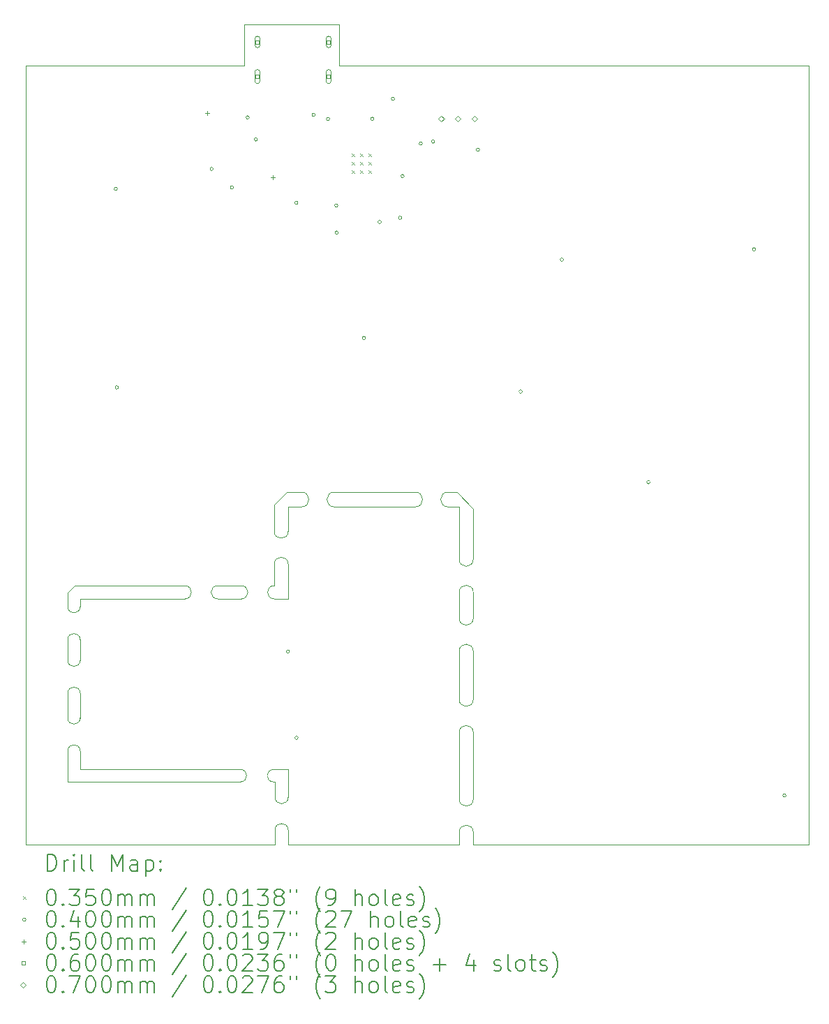
<source format=gbr>
%TF.GenerationSoftware,KiCad,Pcbnew,8.0.4*%
%TF.CreationDate,2024-07-29T00:22:05-07:00*%
%TF.ProjectId,panel_1,70616e65-6c5f-4312-9e6b-696361645f70,rev?*%
%TF.SameCoordinates,Original*%
%TF.FileFunction,Drillmap*%
%TF.FilePolarity,Positive*%
%FSLAX45Y45*%
G04 Gerber Fmt 4.5, Leading zero omitted, Abs format (unit mm)*
G04 Created by KiCad (PCBNEW 8.0.4) date 2024-07-29 00:22:05*
%MOMM*%
%LPD*%
G01*
G04 APERTURE LIST*
%ADD10C,0.050000*%
%ADD11C,0.200000*%
%ADD12C,0.100000*%
G04 APERTURE END LIST*
D10*
X13900000Y-11950000D02*
X13900000Y-2500000D01*
X13900000Y-11950000D02*
X9825000Y-11950000D01*
X4400000Y-11950000D02*
X4400000Y-2500000D01*
X4905000Y-10110000D02*
G75*
G02*
X5055000Y-10110000I75000J0D01*
G01*
X9520000Y-7850000D02*
G75*
G02*
X9520000Y-7670000I0J90000D01*
G01*
X7410000Y-8545000D02*
X7410000Y-8805000D01*
X9655000Y-9600000D02*
X9655000Y-10185000D01*
X7580000Y-11950000D02*
X9655000Y-11950000D01*
X4905000Y-10410000D02*
X4905000Y-10110000D01*
X7050000Y-2500000D02*
X4400000Y-2500000D01*
X7580000Y-11770000D02*
X7580000Y-11950000D01*
X7420000Y-11770000D02*
X7420000Y-11950000D01*
X5055000Y-10110000D02*
X5055000Y-10410000D01*
X9825000Y-9200000D02*
G75*
G02*
X9655000Y-9200000I-85000J0D01*
G01*
X7420000Y-11950000D02*
X4400000Y-11950000D01*
X5055000Y-9060000D02*
X5055000Y-8965000D01*
X9825000Y-11395000D02*
X9825000Y-10585000D01*
X9120000Y-7670000D02*
G75*
G02*
X9120000Y-7850000I0J-90000D01*
G01*
X6725000Y-8965000D02*
G75*
G02*
X6725000Y-8805000I0J80000D01*
G01*
X9655000Y-10585000D02*
G75*
G02*
X9825000Y-10585000I85000J0D01*
G01*
X5055000Y-11035000D02*
X7000000Y-11035000D01*
X7560000Y-7670000D02*
X7410000Y-7820000D01*
X4905000Y-9060000D02*
X4905000Y-8890000D01*
X9825000Y-7870000D02*
X9625000Y-7670000D01*
X9825000Y-11795000D02*
X9825000Y-11950000D01*
X7580000Y-11370000D02*
G75*
G02*
X7420000Y-11370000I-80000J0D01*
G01*
X8140000Y-7850000D02*
G75*
G02*
X8140000Y-7670000I0J90000D01*
G01*
X7580000Y-11035000D02*
X7580000Y-11370000D01*
X9825000Y-9200000D02*
X9825000Y-8885000D01*
X7740000Y-7670000D02*
G75*
G02*
X7740000Y-7850000I0J-90000D01*
G01*
X9655000Y-7850000D02*
X9655000Y-8485000D01*
X9120000Y-7670000D02*
X8140000Y-7670000D01*
X7000000Y-11185000D02*
X4905000Y-11185000D01*
X9655000Y-11950000D02*
X9655000Y-11795000D01*
X5055000Y-9060000D02*
G75*
G02*
X4905000Y-9060000I-75000J0D01*
G01*
X7000000Y-11035000D02*
G75*
G02*
X7000000Y-11185000I0J-75000D01*
G01*
X9655000Y-7850000D02*
X9520000Y-7850000D01*
X7580000Y-8965000D02*
X7410000Y-8965000D01*
X4905000Y-9460000D02*
G75*
G02*
X5055000Y-9460000I75000J0D01*
G01*
X9655000Y-9200000D02*
X9655000Y-8885000D01*
X7010000Y-8805000D02*
G75*
G02*
X7010000Y-8965000I0J-80000D01*
G01*
X7740000Y-7670000D02*
X7560000Y-7670000D01*
X5055000Y-10810000D02*
X5055000Y-11035000D01*
X9825000Y-10185000D02*
G75*
G02*
X9655000Y-10185000I-85000J0D01*
G01*
X7420000Y-11185000D02*
X7400000Y-11185000D01*
X7580000Y-8145000D02*
X7580000Y-7850000D01*
X5055000Y-9460000D02*
X5055000Y-9710000D01*
X7410000Y-8145000D02*
X7410000Y-7820000D01*
X4905000Y-10810000D02*
G75*
G02*
X5055000Y-10810000I75000J0D01*
G01*
X7580000Y-7850000D02*
X7740000Y-7850000D01*
X7420000Y-11770000D02*
G75*
G02*
X7580000Y-11770000I80000J0D01*
G01*
X5055000Y-9710000D02*
G75*
G02*
X4905000Y-9710000I-75000J0D01*
G01*
X8200000Y-2500000D02*
X8200000Y-2000000D01*
X9625000Y-7670000D02*
X9520000Y-7670000D01*
X9120000Y-7850000D02*
X8140000Y-7850000D01*
X7400000Y-11035000D02*
X7580000Y-11035000D01*
X9825000Y-8485000D02*
G75*
G02*
X9655000Y-8485000I-85000J0D01*
G01*
X4905000Y-8890000D02*
X4990000Y-8805000D01*
X9655000Y-9600000D02*
G75*
G02*
X9825000Y-9600000I85000J0D01*
G01*
X9825000Y-8485000D02*
X9825000Y-7870000D01*
X7050000Y-2000000D02*
X7050000Y-2500000D01*
X4905000Y-10810000D02*
X4905000Y-11185000D01*
X7410000Y-8545000D02*
G75*
G02*
X7580000Y-8545000I85000J0D01*
G01*
X5055000Y-10410000D02*
G75*
G02*
X4905000Y-10410000I-75000J0D01*
G01*
X13900000Y-2500000D02*
X8200000Y-2500000D01*
X9825000Y-11395000D02*
G75*
G02*
X9655000Y-11395000I-85000J0D01*
G01*
X7010000Y-8965000D02*
X6725000Y-8965000D01*
X4905000Y-9710000D02*
X4905000Y-9460000D01*
X9825000Y-10185000D02*
X9825000Y-9600000D01*
X7410000Y-8965000D02*
G75*
G02*
X7410000Y-8805000I0J80000D01*
G01*
X6325000Y-8805000D02*
G75*
G02*
X6325000Y-8965000I0J-80000D01*
G01*
X7580000Y-8145000D02*
G75*
G02*
X7410000Y-8145000I-85000J0D01*
G01*
X9655000Y-11395000D02*
X9655000Y-10585000D01*
X9655000Y-8885000D02*
G75*
G02*
X9825000Y-8885000I85000J0D01*
G01*
X6725000Y-8805000D02*
X7010000Y-8805000D01*
X6325000Y-8805000D02*
X4990000Y-8805000D01*
X8200000Y-2000000D02*
X7050000Y-2000000D01*
X7400000Y-11185000D02*
G75*
G02*
X7400000Y-11035000I0J75000D01*
G01*
X9655000Y-11795000D02*
G75*
G02*
X9825000Y-11795000I85000J0D01*
G01*
X6325000Y-8965000D02*
X5055000Y-8965000D01*
X7420000Y-11370000D02*
X7420000Y-11185000D01*
X7580000Y-8545000D02*
X7580000Y-8965000D01*
D11*
D12*
X8352500Y-3564900D02*
X8387500Y-3599900D01*
X8387500Y-3564900D02*
X8352500Y-3599900D01*
X8352500Y-3666500D02*
X8387500Y-3701500D01*
X8387500Y-3666500D02*
X8352500Y-3701500D01*
X8352500Y-3768100D02*
X8387500Y-3803100D01*
X8387500Y-3768100D02*
X8352500Y-3803100D01*
X8454100Y-3564900D02*
X8489100Y-3599900D01*
X8489100Y-3564900D02*
X8454100Y-3599900D01*
X8454100Y-3666500D02*
X8489100Y-3701500D01*
X8489100Y-3666500D02*
X8454100Y-3701500D01*
X8454100Y-3768100D02*
X8489100Y-3803100D01*
X8489100Y-3768100D02*
X8454100Y-3803100D01*
X8555700Y-3564900D02*
X8590700Y-3599900D01*
X8590700Y-3564900D02*
X8555700Y-3599900D01*
X8555700Y-3666500D02*
X8590700Y-3701500D01*
X8590700Y-3666500D02*
X8555700Y-3701500D01*
X8555700Y-3768100D02*
X8590700Y-3803100D01*
X8590700Y-3768100D02*
X8555700Y-3803100D01*
X5508000Y-3993000D02*
G75*
G02*
X5468000Y-3993000I-20000J0D01*
G01*
X5468000Y-3993000D02*
G75*
G02*
X5508000Y-3993000I20000J0D01*
G01*
X5520000Y-6400000D02*
G75*
G02*
X5480000Y-6400000I-20000J0D01*
G01*
X5480000Y-6400000D02*
G75*
G02*
X5520000Y-6400000I20000J0D01*
G01*
X6670000Y-3750000D02*
G75*
G02*
X6630000Y-3750000I-20000J0D01*
G01*
X6630000Y-3750000D02*
G75*
G02*
X6670000Y-3750000I20000J0D01*
G01*
X6916800Y-3976100D02*
G75*
G02*
X6876800Y-3976100I-20000J0D01*
G01*
X6876800Y-3976100D02*
G75*
G02*
X6916800Y-3976100I20000J0D01*
G01*
X7107300Y-3125200D02*
G75*
G02*
X7067300Y-3125200I-20000J0D01*
G01*
X7067300Y-3125200D02*
G75*
G02*
X7107300Y-3125200I20000J0D01*
G01*
X7208000Y-3393000D02*
G75*
G02*
X7168000Y-3393000I-20000J0D01*
G01*
X7168000Y-3393000D02*
G75*
G02*
X7208000Y-3393000I20000J0D01*
G01*
X7596500Y-9603500D02*
G75*
G02*
X7556500Y-9603500I-20000J0D01*
G01*
X7556500Y-9603500D02*
G75*
G02*
X7596500Y-9603500I20000J0D01*
G01*
X7697850Y-4160250D02*
G75*
G02*
X7657850Y-4160250I-20000J0D01*
G01*
X7657850Y-4160250D02*
G75*
G02*
X7697850Y-4160250I20000J0D01*
G01*
X7700000Y-10650000D02*
G75*
G02*
X7660000Y-10650000I-20000J0D01*
G01*
X7660000Y-10650000D02*
G75*
G02*
X7700000Y-10650000I20000J0D01*
G01*
X7908000Y-3093000D02*
G75*
G02*
X7868000Y-3093000I-20000J0D01*
G01*
X7868000Y-3093000D02*
G75*
G02*
X7908000Y-3093000I20000J0D01*
G01*
X8083000Y-3143000D02*
G75*
G02*
X8043000Y-3143000I-20000J0D01*
G01*
X8043000Y-3143000D02*
G75*
G02*
X8083000Y-3143000I20000J0D01*
G01*
X8183000Y-4193000D02*
G75*
G02*
X8143000Y-4193000I-20000J0D01*
G01*
X8143000Y-4193000D02*
G75*
G02*
X8183000Y-4193000I20000J0D01*
G01*
X8186800Y-4522200D02*
G75*
G02*
X8146800Y-4522200I-20000J0D01*
G01*
X8146800Y-4522200D02*
G75*
G02*
X8186800Y-4522200I20000J0D01*
G01*
X8520000Y-5800000D02*
G75*
G02*
X8480000Y-5800000I-20000J0D01*
G01*
X8480000Y-5800000D02*
G75*
G02*
X8520000Y-5800000I20000J0D01*
G01*
X8620000Y-3143000D02*
G75*
G02*
X8580000Y-3143000I-20000J0D01*
G01*
X8580000Y-3143000D02*
G75*
G02*
X8620000Y-3143000I20000J0D01*
G01*
X8708000Y-4393000D02*
G75*
G02*
X8668000Y-4393000I-20000J0D01*
G01*
X8668000Y-4393000D02*
G75*
G02*
X8708000Y-4393000I20000J0D01*
G01*
X8870000Y-2900000D02*
G75*
G02*
X8830000Y-2900000I-20000J0D01*
G01*
X8830000Y-2900000D02*
G75*
G02*
X8870000Y-2900000I20000J0D01*
G01*
X8958000Y-4343000D02*
G75*
G02*
X8918000Y-4343000I-20000J0D01*
G01*
X8918000Y-4343000D02*
G75*
G02*
X8958000Y-4343000I20000J0D01*
G01*
X8986900Y-3836400D02*
G75*
G02*
X8946900Y-3836400I-20000J0D01*
G01*
X8946900Y-3836400D02*
G75*
G02*
X8986900Y-3836400I20000J0D01*
G01*
X9208000Y-3443000D02*
G75*
G02*
X9168000Y-3443000I-20000J0D01*
G01*
X9168000Y-3443000D02*
G75*
G02*
X9208000Y-3443000I20000J0D01*
G01*
X9358000Y-3418000D02*
G75*
G02*
X9318000Y-3418000I-20000J0D01*
G01*
X9318000Y-3418000D02*
G75*
G02*
X9358000Y-3418000I20000J0D01*
G01*
X9901300Y-3518900D02*
G75*
G02*
X9861300Y-3518900I-20000J0D01*
G01*
X9861300Y-3518900D02*
G75*
G02*
X9901300Y-3518900I20000J0D01*
G01*
X10420000Y-6450000D02*
G75*
G02*
X10380000Y-6450000I-20000J0D01*
G01*
X10380000Y-6450000D02*
G75*
G02*
X10420000Y-6450000I20000J0D01*
G01*
X10920000Y-4850000D02*
G75*
G02*
X10880000Y-4850000I-20000J0D01*
G01*
X10880000Y-4850000D02*
G75*
G02*
X10920000Y-4850000I20000J0D01*
G01*
X11970000Y-7550000D02*
G75*
G02*
X11930000Y-7550000I-20000J0D01*
G01*
X11930000Y-7550000D02*
G75*
G02*
X11970000Y-7550000I20000J0D01*
G01*
X13250000Y-4725000D02*
G75*
G02*
X13210000Y-4725000I-20000J0D01*
G01*
X13210000Y-4725000D02*
G75*
G02*
X13250000Y-4725000I20000J0D01*
G01*
X13620000Y-11350000D02*
G75*
G02*
X13580000Y-11350000I-20000J0D01*
G01*
X13580000Y-11350000D02*
G75*
G02*
X13620000Y-11350000I20000J0D01*
G01*
X6600000Y-3050000D02*
X6600000Y-3100000D01*
X6575000Y-3075000D02*
X6625000Y-3075000D01*
X7390000Y-3825000D02*
X7390000Y-3875000D01*
X7365000Y-3850000D02*
X7415000Y-3850000D01*
X7227213Y-2231213D02*
X7227213Y-2188787D01*
X7184787Y-2188787D01*
X7184787Y-2231213D01*
X7227213Y-2231213D01*
X7236000Y-2250000D02*
X7236000Y-2170000D01*
X7176000Y-2170000D02*
G75*
G02*
X7236000Y-2170000I30000J0D01*
G01*
X7176000Y-2170000D02*
X7176000Y-2250000D01*
X7176000Y-2250000D02*
G75*
G03*
X7236000Y-2250000I30000J0D01*
G01*
X7227213Y-2650713D02*
X7227213Y-2608287D01*
X7184787Y-2608287D01*
X7184787Y-2650713D01*
X7227213Y-2650713D01*
X7236000Y-2684500D02*
X7236000Y-2574500D01*
X7176000Y-2574500D02*
G75*
G02*
X7236000Y-2574500I30000J0D01*
G01*
X7176000Y-2574500D02*
X7176000Y-2684500D01*
X7176000Y-2684500D02*
G75*
G03*
X7236000Y-2684500I30000J0D01*
G01*
X8091213Y-2231213D02*
X8091213Y-2188787D01*
X8048787Y-2188787D01*
X8048787Y-2231213D01*
X8091213Y-2231213D01*
X8100000Y-2250000D02*
X8100000Y-2170000D01*
X8040000Y-2170000D02*
G75*
G02*
X8100000Y-2170000I30000J0D01*
G01*
X8040000Y-2170000D02*
X8040000Y-2250000D01*
X8040000Y-2250000D02*
G75*
G03*
X8100000Y-2250000I30000J0D01*
G01*
X8091213Y-2650713D02*
X8091213Y-2608287D01*
X8048787Y-2608287D01*
X8048787Y-2650713D01*
X8091213Y-2650713D01*
X8100000Y-2684500D02*
X8100000Y-2574500D01*
X8040000Y-2574500D02*
G75*
G02*
X8100000Y-2574500I30000J0D01*
G01*
X8040000Y-2574500D02*
X8040000Y-2684500D01*
X8040000Y-2684500D02*
G75*
G03*
X8100000Y-2684500I30000J0D01*
G01*
X9438000Y-3178000D02*
X9473000Y-3143000D01*
X9438000Y-3108000D01*
X9403000Y-3143000D01*
X9438000Y-3178000D01*
X9638000Y-3178000D02*
X9673000Y-3143000D01*
X9638000Y-3108000D01*
X9603000Y-3143000D01*
X9638000Y-3178000D01*
X9838000Y-3178000D02*
X9873000Y-3143000D01*
X9838000Y-3108000D01*
X9803000Y-3143000D01*
X9838000Y-3178000D01*
D11*
X4658277Y-12263984D02*
X4658277Y-12063984D01*
X4658277Y-12063984D02*
X4705896Y-12063984D01*
X4705896Y-12063984D02*
X4734467Y-12073508D01*
X4734467Y-12073508D02*
X4753515Y-12092555D01*
X4753515Y-12092555D02*
X4763039Y-12111603D01*
X4763039Y-12111603D02*
X4772563Y-12149698D01*
X4772563Y-12149698D02*
X4772563Y-12178269D01*
X4772563Y-12178269D02*
X4763039Y-12216365D01*
X4763039Y-12216365D02*
X4753515Y-12235412D01*
X4753515Y-12235412D02*
X4734467Y-12254460D01*
X4734467Y-12254460D02*
X4705896Y-12263984D01*
X4705896Y-12263984D02*
X4658277Y-12263984D01*
X4858277Y-12263984D02*
X4858277Y-12130650D01*
X4858277Y-12168746D02*
X4867801Y-12149698D01*
X4867801Y-12149698D02*
X4877324Y-12140174D01*
X4877324Y-12140174D02*
X4896372Y-12130650D01*
X4896372Y-12130650D02*
X4915420Y-12130650D01*
X4982086Y-12263984D02*
X4982086Y-12130650D01*
X4982086Y-12063984D02*
X4972563Y-12073508D01*
X4972563Y-12073508D02*
X4982086Y-12083031D01*
X4982086Y-12083031D02*
X4991610Y-12073508D01*
X4991610Y-12073508D02*
X4982086Y-12063984D01*
X4982086Y-12063984D02*
X4982086Y-12083031D01*
X5105896Y-12263984D02*
X5086848Y-12254460D01*
X5086848Y-12254460D02*
X5077324Y-12235412D01*
X5077324Y-12235412D02*
X5077324Y-12063984D01*
X5210658Y-12263984D02*
X5191610Y-12254460D01*
X5191610Y-12254460D02*
X5182086Y-12235412D01*
X5182086Y-12235412D02*
X5182086Y-12063984D01*
X5439229Y-12263984D02*
X5439229Y-12063984D01*
X5439229Y-12063984D02*
X5505896Y-12206841D01*
X5505896Y-12206841D02*
X5572563Y-12063984D01*
X5572563Y-12063984D02*
X5572563Y-12263984D01*
X5753515Y-12263984D02*
X5753515Y-12159222D01*
X5753515Y-12159222D02*
X5743991Y-12140174D01*
X5743991Y-12140174D02*
X5724943Y-12130650D01*
X5724943Y-12130650D02*
X5686848Y-12130650D01*
X5686848Y-12130650D02*
X5667801Y-12140174D01*
X5753515Y-12254460D02*
X5734467Y-12263984D01*
X5734467Y-12263984D02*
X5686848Y-12263984D01*
X5686848Y-12263984D02*
X5667801Y-12254460D01*
X5667801Y-12254460D02*
X5658277Y-12235412D01*
X5658277Y-12235412D02*
X5658277Y-12216365D01*
X5658277Y-12216365D02*
X5667801Y-12197317D01*
X5667801Y-12197317D02*
X5686848Y-12187793D01*
X5686848Y-12187793D02*
X5734467Y-12187793D01*
X5734467Y-12187793D02*
X5753515Y-12178269D01*
X5848753Y-12130650D02*
X5848753Y-12330650D01*
X5848753Y-12140174D02*
X5867801Y-12130650D01*
X5867801Y-12130650D02*
X5905896Y-12130650D01*
X5905896Y-12130650D02*
X5924943Y-12140174D01*
X5924943Y-12140174D02*
X5934467Y-12149698D01*
X5934467Y-12149698D02*
X5943991Y-12168746D01*
X5943991Y-12168746D02*
X5943991Y-12225888D01*
X5943991Y-12225888D02*
X5934467Y-12244936D01*
X5934467Y-12244936D02*
X5924943Y-12254460D01*
X5924943Y-12254460D02*
X5905896Y-12263984D01*
X5905896Y-12263984D02*
X5867801Y-12263984D01*
X5867801Y-12263984D02*
X5848753Y-12254460D01*
X6029705Y-12244936D02*
X6039229Y-12254460D01*
X6039229Y-12254460D02*
X6029705Y-12263984D01*
X6029705Y-12263984D02*
X6020182Y-12254460D01*
X6020182Y-12254460D02*
X6029705Y-12244936D01*
X6029705Y-12244936D02*
X6029705Y-12263984D01*
X6029705Y-12140174D02*
X6039229Y-12149698D01*
X6039229Y-12149698D02*
X6029705Y-12159222D01*
X6029705Y-12159222D02*
X6020182Y-12149698D01*
X6020182Y-12149698D02*
X6029705Y-12140174D01*
X6029705Y-12140174D02*
X6029705Y-12159222D01*
D12*
X4362500Y-12575000D02*
X4397500Y-12610000D01*
X4397500Y-12575000D02*
X4362500Y-12610000D01*
D11*
X4696372Y-12483984D02*
X4715420Y-12483984D01*
X4715420Y-12483984D02*
X4734467Y-12493508D01*
X4734467Y-12493508D02*
X4743991Y-12503031D01*
X4743991Y-12503031D02*
X4753515Y-12522079D01*
X4753515Y-12522079D02*
X4763039Y-12560174D01*
X4763039Y-12560174D02*
X4763039Y-12607793D01*
X4763039Y-12607793D02*
X4753515Y-12645888D01*
X4753515Y-12645888D02*
X4743991Y-12664936D01*
X4743991Y-12664936D02*
X4734467Y-12674460D01*
X4734467Y-12674460D02*
X4715420Y-12683984D01*
X4715420Y-12683984D02*
X4696372Y-12683984D01*
X4696372Y-12683984D02*
X4677324Y-12674460D01*
X4677324Y-12674460D02*
X4667801Y-12664936D01*
X4667801Y-12664936D02*
X4658277Y-12645888D01*
X4658277Y-12645888D02*
X4648753Y-12607793D01*
X4648753Y-12607793D02*
X4648753Y-12560174D01*
X4648753Y-12560174D02*
X4658277Y-12522079D01*
X4658277Y-12522079D02*
X4667801Y-12503031D01*
X4667801Y-12503031D02*
X4677324Y-12493508D01*
X4677324Y-12493508D02*
X4696372Y-12483984D01*
X4848753Y-12664936D02*
X4858277Y-12674460D01*
X4858277Y-12674460D02*
X4848753Y-12683984D01*
X4848753Y-12683984D02*
X4839229Y-12674460D01*
X4839229Y-12674460D02*
X4848753Y-12664936D01*
X4848753Y-12664936D02*
X4848753Y-12683984D01*
X4924944Y-12483984D02*
X5048753Y-12483984D01*
X5048753Y-12483984D02*
X4982086Y-12560174D01*
X4982086Y-12560174D02*
X5010658Y-12560174D01*
X5010658Y-12560174D02*
X5029705Y-12569698D01*
X5029705Y-12569698D02*
X5039229Y-12579222D01*
X5039229Y-12579222D02*
X5048753Y-12598269D01*
X5048753Y-12598269D02*
X5048753Y-12645888D01*
X5048753Y-12645888D02*
X5039229Y-12664936D01*
X5039229Y-12664936D02*
X5029705Y-12674460D01*
X5029705Y-12674460D02*
X5010658Y-12683984D01*
X5010658Y-12683984D02*
X4953515Y-12683984D01*
X4953515Y-12683984D02*
X4934467Y-12674460D01*
X4934467Y-12674460D02*
X4924944Y-12664936D01*
X5229705Y-12483984D02*
X5134467Y-12483984D01*
X5134467Y-12483984D02*
X5124944Y-12579222D01*
X5124944Y-12579222D02*
X5134467Y-12569698D01*
X5134467Y-12569698D02*
X5153515Y-12560174D01*
X5153515Y-12560174D02*
X5201134Y-12560174D01*
X5201134Y-12560174D02*
X5220182Y-12569698D01*
X5220182Y-12569698D02*
X5229705Y-12579222D01*
X5229705Y-12579222D02*
X5239229Y-12598269D01*
X5239229Y-12598269D02*
X5239229Y-12645888D01*
X5239229Y-12645888D02*
X5229705Y-12664936D01*
X5229705Y-12664936D02*
X5220182Y-12674460D01*
X5220182Y-12674460D02*
X5201134Y-12683984D01*
X5201134Y-12683984D02*
X5153515Y-12683984D01*
X5153515Y-12683984D02*
X5134467Y-12674460D01*
X5134467Y-12674460D02*
X5124944Y-12664936D01*
X5363039Y-12483984D02*
X5382086Y-12483984D01*
X5382086Y-12483984D02*
X5401134Y-12493508D01*
X5401134Y-12493508D02*
X5410658Y-12503031D01*
X5410658Y-12503031D02*
X5420182Y-12522079D01*
X5420182Y-12522079D02*
X5429705Y-12560174D01*
X5429705Y-12560174D02*
X5429705Y-12607793D01*
X5429705Y-12607793D02*
X5420182Y-12645888D01*
X5420182Y-12645888D02*
X5410658Y-12664936D01*
X5410658Y-12664936D02*
X5401134Y-12674460D01*
X5401134Y-12674460D02*
X5382086Y-12683984D01*
X5382086Y-12683984D02*
X5363039Y-12683984D01*
X5363039Y-12683984D02*
X5343991Y-12674460D01*
X5343991Y-12674460D02*
X5334467Y-12664936D01*
X5334467Y-12664936D02*
X5324944Y-12645888D01*
X5324944Y-12645888D02*
X5315420Y-12607793D01*
X5315420Y-12607793D02*
X5315420Y-12560174D01*
X5315420Y-12560174D02*
X5324944Y-12522079D01*
X5324944Y-12522079D02*
X5334467Y-12503031D01*
X5334467Y-12503031D02*
X5343991Y-12493508D01*
X5343991Y-12493508D02*
X5363039Y-12483984D01*
X5515420Y-12683984D02*
X5515420Y-12550650D01*
X5515420Y-12569698D02*
X5524944Y-12560174D01*
X5524944Y-12560174D02*
X5543991Y-12550650D01*
X5543991Y-12550650D02*
X5572563Y-12550650D01*
X5572563Y-12550650D02*
X5591610Y-12560174D01*
X5591610Y-12560174D02*
X5601134Y-12579222D01*
X5601134Y-12579222D02*
X5601134Y-12683984D01*
X5601134Y-12579222D02*
X5610658Y-12560174D01*
X5610658Y-12560174D02*
X5629705Y-12550650D01*
X5629705Y-12550650D02*
X5658277Y-12550650D01*
X5658277Y-12550650D02*
X5677324Y-12560174D01*
X5677324Y-12560174D02*
X5686848Y-12579222D01*
X5686848Y-12579222D02*
X5686848Y-12683984D01*
X5782086Y-12683984D02*
X5782086Y-12550650D01*
X5782086Y-12569698D02*
X5791610Y-12560174D01*
X5791610Y-12560174D02*
X5810658Y-12550650D01*
X5810658Y-12550650D02*
X5839229Y-12550650D01*
X5839229Y-12550650D02*
X5858277Y-12560174D01*
X5858277Y-12560174D02*
X5867801Y-12579222D01*
X5867801Y-12579222D02*
X5867801Y-12683984D01*
X5867801Y-12579222D02*
X5877324Y-12560174D01*
X5877324Y-12560174D02*
X5896372Y-12550650D01*
X5896372Y-12550650D02*
X5924943Y-12550650D01*
X5924943Y-12550650D02*
X5943991Y-12560174D01*
X5943991Y-12560174D02*
X5953515Y-12579222D01*
X5953515Y-12579222D02*
X5953515Y-12683984D01*
X6343991Y-12474460D02*
X6172563Y-12731603D01*
X6601134Y-12483984D02*
X6620182Y-12483984D01*
X6620182Y-12483984D02*
X6639229Y-12493508D01*
X6639229Y-12493508D02*
X6648753Y-12503031D01*
X6648753Y-12503031D02*
X6658277Y-12522079D01*
X6658277Y-12522079D02*
X6667801Y-12560174D01*
X6667801Y-12560174D02*
X6667801Y-12607793D01*
X6667801Y-12607793D02*
X6658277Y-12645888D01*
X6658277Y-12645888D02*
X6648753Y-12664936D01*
X6648753Y-12664936D02*
X6639229Y-12674460D01*
X6639229Y-12674460D02*
X6620182Y-12683984D01*
X6620182Y-12683984D02*
X6601134Y-12683984D01*
X6601134Y-12683984D02*
X6582086Y-12674460D01*
X6582086Y-12674460D02*
X6572563Y-12664936D01*
X6572563Y-12664936D02*
X6563039Y-12645888D01*
X6563039Y-12645888D02*
X6553515Y-12607793D01*
X6553515Y-12607793D02*
X6553515Y-12560174D01*
X6553515Y-12560174D02*
X6563039Y-12522079D01*
X6563039Y-12522079D02*
X6572563Y-12503031D01*
X6572563Y-12503031D02*
X6582086Y-12493508D01*
X6582086Y-12493508D02*
X6601134Y-12483984D01*
X6753515Y-12664936D02*
X6763039Y-12674460D01*
X6763039Y-12674460D02*
X6753515Y-12683984D01*
X6753515Y-12683984D02*
X6743991Y-12674460D01*
X6743991Y-12674460D02*
X6753515Y-12664936D01*
X6753515Y-12664936D02*
X6753515Y-12683984D01*
X6886848Y-12483984D02*
X6905896Y-12483984D01*
X6905896Y-12483984D02*
X6924944Y-12493508D01*
X6924944Y-12493508D02*
X6934467Y-12503031D01*
X6934467Y-12503031D02*
X6943991Y-12522079D01*
X6943991Y-12522079D02*
X6953515Y-12560174D01*
X6953515Y-12560174D02*
X6953515Y-12607793D01*
X6953515Y-12607793D02*
X6943991Y-12645888D01*
X6943991Y-12645888D02*
X6934467Y-12664936D01*
X6934467Y-12664936D02*
X6924944Y-12674460D01*
X6924944Y-12674460D02*
X6905896Y-12683984D01*
X6905896Y-12683984D02*
X6886848Y-12683984D01*
X6886848Y-12683984D02*
X6867801Y-12674460D01*
X6867801Y-12674460D02*
X6858277Y-12664936D01*
X6858277Y-12664936D02*
X6848753Y-12645888D01*
X6848753Y-12645888D02*
X6839229Y-12607793D01*
X6839229Y-12607793D02*
X6839229Y-12560174D01*
X6839229Y-12560174D02*
X6848753Y-12522079D01*
X6848753Y-12522079D02*
X6858277Y-12503031D01*
X6858277Y-12503031D02*
X6867801Y-12493508D01*
X6867801Y-12493508D02*
X6886848Y-12483984D01*
X7143991Y-12683984D02*
X7029706Y-12683984D01*
X7086848Y-12683984D02*
X7086848Y-12483984D01*
X7086848Y-12483984D02*
X7067801Y-12512555D01*
X7067801Y-12512555D02*
X7048753Y-12531603D01*
X7048753Y-12531603D02*
X7029706Y-12541127D01*
X7210658Y-12483984D02*
X7334467Y-12483984D01*
X7334467Y-12483984D02*
X7267801Y-12560174D01*
X7267801Y-12560174D02*
X7296372Y-12560174D01*
X7296372Y-12560174D02*
X7315420Y-12569698D01*
X7315420Y-12569698D02*
X7324944Y-12579222D01*
X7324944Y-12579222D02*
X7334467Y-12598269D01*
X7334467Y-12598269D02*
X7334467Y-12645888D01*
X7334467Y-12645888D02*
X7324944Y-12664936D01*
X7324944Y-12664936D02*
X7315420Y-12674460D01*
X7315420Y-12674460D02*
X7296372Y-12683984D01*
X7296372Y-12683984D02*
X7239229Y-12683984D01*
X7239229Y-12683984D02*
X7220182Y-12674460D01*
X7220182Y-12674460D02*
X7210658Y-12664936D01*
X7448753Y-12569698D02*
X7429706Y-12560174D01*
X7429706Y-12560174D02*
X7420182Y-12550650D01*
X7420182Y-12550650D02*
X7410658Y-12531603D01*
X7410658Y-12531603D02*
X7410658Y-12522079D01*
X7410658Y-12522079D02*
X7420182Y-12503031D01*
X7420182Y-12503031D02*
X7429706Y-12493508D01*
X7429706Y-12493508D02*
X7448753Y-12483984D01*
X7448753Y-12483984D02*
X7486848Y-12483984D01*
X7486848Y-12483984D02*
X7505896Y-12493508D01*
X7505896Y-12493508D02*
X7515420Y-12503031D01*
X7515420Y-12503031D02*
X7524944Y-12522079D01*
X7524944Y-12522079D02*
X7524944Y-12531603D01*
X7524944Y-12531603D02*
X7515420Y-12550650D01*
X7515420Y-12550650D02*
X7505896Y-12560174D01*
X7505896Y-12560174D02*
X7486848Y-12569698D01*
X7486848Y-12569698D02*
X7448753Y-12569698D01*
X7448753Y-12569698D02*
X7429706Y-12579222D01*
X7429706Y-12579222D02*
X7420182Y-12588746D01*
X7420182Y-12588746D02*
X7410658Y-12607793D01*
X7410658Y-12607793D02*
X7410658Y-12645888D01*
X7410658Y-12645888D02*
X7420182Y-12664936D01*
X7420182Y-12664936D02*
X7429706Y-12674460D01*
X7429706Y-12674460D02*
X7448753Y-12683984D01*
X7448753Y-12683984D02*
X7486848Y-12683984D01*
X7486848Y-12683984D02*
X7505896Y-12674460D01*
X7505896Y-12674460D02*
X7515420Y-12664936D01*
X7515420Y-12664936D02*
X7524944Y-12645888D01*
X7524944Y-12645888D02*
X7524944Y-12607793D01*
X7524944Y-12607793D02*
X7515420Y-12588746D01*
X7515420Y-12588746D02*
X7505896Y-12579222D01*
X7505896Y-12579222D02*
X7486848Y-12569698D01*
X7601134Y-12483984D02*
X7601134Y-12522079D01*
X7677325Y-12483984D02*
X7677325Y-12522079D01*
X7972563Y-12760174D02*
X7963039Y-12750650D01*
X7963039Y-12750650D02*
X7943991Y-12722079D01*
X7943991Y-12722079D02*
X7934468Y-12703031D01*
X7934468Y-12703031D02*
X7924944Y-12674460D01*
X7924944Y-12674460D02*
X7915420Y-12626841D01*
X7915420Y-12626841D02*
X7915420Y-12588746D01*
X7915420Y-12588746D02*
X7924944Y-12541127D01*
X7924944Y-12541127D02*
X7934468Y-12512555D01*
X7934468Y-12512555D02*
X7943991Y-12493508D01*
X7943991Y-12493508D02*
X7963039Y-12464936D01*
X7963039Y-12464936D02*
X7972563Y-12455412D01*
X8058277Y-12683984D02*
X8096372Y-12683984D01*
X8096372Y-12683984D02*
X8115420Y-12674460D01*
X8115420Y-12674460D02*
X8124944Y-12664936D01*
X8124944Y-12664936D02*
X8143991Y-12636365D01*
X8143991Y-12636365D02*
X8153515Y-12598269D01*
X8153515Y-12598269D02*
X8153515Y-12522079D01*
X8153515Y-12522079D02*
X8143991Y-12503031D01*
X8143991Y-12503031D02*
X8134468Y-12493508D01*
X8134468Y-12493508D02*
X8115420Y-12483984D01*
X8115420Y-12483984D02*
X8077325Y-12483984D01*
X8077325Y-12483984D02*
X8058277Y-12493508D01*
X8058277Y-12493508D02*
X8048753Y-12503031D01*
X8048753Y-12503031D02*
X8039229Y-12522079D01*
X8039229Y-12522079D02*
X8039229Y-12569698D01*
X8039229Y-12569698D02*
X8048753Y-12588746D01*
X8048753Y-12588746D02*
X8058277Y-12598269D01*
X8058277Y-12598269D02*
X8077325Y-12607793D01*
X8077325Y-12607793D02*
X8115420Y-12607793D01*
X8115420Y-12607793D02*
X8134468Y-12598269D01*
X8134468Y-12598269D02*
X8143991Y-12588746D01*
X8143991Y-12588746D02*
X8153515Y-12569698D01*
X8391611Y-12683984D02*
X8391611Y-12483984D01*
X8477325Y-12683984D02*
X8477325Y-12579222D01*
X8477325Y-12579222D02*
X8467801Y-12560174D01*
X8467801Y-12560174D02*
X8448753Y-12550650D01*
X8448753Y-12550650D02*
X8420182Y-12550650D01*
X8420182Y-12550650D02*
X8401134Y-12560174D01*
X8401134Y-12560174D02*
X8391611Y-12569698D01*
X8601134Y-12683984D02*
X8582087Y-12674460D01*
X8582087Y-12674460D02*
X8572563Y-12664936D01*
X8572563Y-12664936D02*
X8563039Y-12645888D01*
X8563039Y-12645888D02*
X8563039Y-12588746D01*
X8563039Y-12588746D02*
X8572563Y-12569698D01*
X8572563Y-12569698D02*
X8582087Y-12560174D01*
X8582087Y-12560174D02*
X8601134Y-12550650D01*
X8601134Y-12550650D02*
X8629706Y-12550650D01*
X8629706Y-12550650D02*
X8648753Y-12560174D01*
X8648753Y-12560174D02*
X8658277Y-12569698D01*
X8658277Y-12569698D02*
X8667801Y-12588746D01*
X8667801Y-12588746D02*
X8667801Y-12645888D01*
X8667801Y-12645888D02*
X8658277Y-12664936D01*
X8658277Y-12664936D02*
X8648753Y-12674460D01*
X8648753Y-12674460D02*
X8629706Y-12683984D01*
X8629706Y-12683984D02*
X8601134Y-12683984D01*
X8782087Y-12683984D02*
X8763039Y-12674460D01*
X8763039Y-12674460D02*
X8753515Y-12655412D01*
X8753515Y-12655412D02*
X8753515Y-12483984D01*
X8934468Y-12674460D02*
X8915420Y-12683984D01*
X8915420Y-12683984D02*
X8877325Y-12683984D01*
X8877325Y-12683984D02*
X8858277Y-12674460D01*
X8858277Y-12674460D02*
X8848753Y-12655412D01*
X8848753Y-12655412D02*
X8848753Y-12579222D01*
X8848753Y-12579222D02*
X8858277Y-12560174D01*
X8858277Y-12560174D02*
X8877325Y-12550650D01*
X8877325Y-12550650D02*
X8915420Y-12550650D01*
X8915420Y-12550650D02*
X8934468Y-12560174D01*
X8934468Y-12560174D02*
X8943992Y-12579222D01*
X8943992Y-12579222D02*
X8943992Y-12598269D01*
X8943992Y-12598269D02*
X8848753Y-12617317D01*
X9020182Y-12674460D02*
X9039230Y-12683984D01*
X9039230Y-12683984D02*
X9077325Y-12683984D01*
X9077325Y-12683984D02*
X9096373Y-12674460D01*
X9096373Y-12674460D02*
X9105896Y-12655412D01*
X9105896Y-12655412D02*
X9105896Y-12645888D01*
X9105896Y-12645888D02*
X9096373Y-12626841D01*
X9096373Y-12626841D02*
X9077325Y-12617317D01*
X9077325Y-12617317D02*
X9048753Y-12617317D01*
X9048753Y-12617317D02*
X9029706Y-12607793D01*
X9029706Y-12607793D02*
X9020182Y-12588746D01*
X9020182Y-12588746D02*
X9020182Y-12579222D01*
X9020182Y-12579222D02*
X9029706Y-12560174D01*
X9029706Y-12560174D02*
X9048753Y-12550650D01*
X9048753Y-12550650D02*
X9077325Y-12550650D01*
X9077325Y-12550650D02*
X9096373Y-12560174D01*
X9172563Y-12760174D02*
X9182087Y-12750650D01*
X9182087Y-12750650D02*
X9201134Y-12722079D01*
X9201134Y-12722079D02*
X9210658Y-12703031D01*
X9210658Y-12703031D02*
X9220182Y-12674460D01*
X9220182Y-12674460D02*
X9229706Y-12626841D01*
X9229706Y-12626841D02*
X9229706Y-12588746D01*
X9229706Y-12588746D02*
X9220182Y-12541127D01*
X9220182Y-12541127D02*
X9210658Y-12512555D01*
X9210658Y-12512555D02*
X9201134Y-12493508D01*
X9201134Y-12493508D02*
X9182087Y-12464936D01*
X9182087Y-12464936D02*
X9172563Y-12455412D01*
D12*
X4397500Y-12856500D02*
G75*
G02*
X4357500Y-12856500I-20000J0D01*
G01*
X4357500Y-12856500D02*
G75*
G02*
X4397500Y-12856500I20000J0D01*
G01*
D11*
X4696372Y-12747984D02*
X4715420Y-12747984D01*
X4715420Y-12747984D02*
X4734467Y-12757508D01*
X4734467Y-12757508D02*
X4743991Y-12767031D01*
X4743991Y-12767031D02*
X4753515Y-12786079D01*
X4753515Y-12786079D02*
X4763039Y-12824174D01*
X4763039Y-12824174D02*
X4763039Y-12871793D01*
X4763039Y-12871793D02*
X4753515Y-12909888D01*
X4753515Y-12909888D02*
X4743991Y-12928936D01*
X4743991Y-12928936D02*
X4734467Y-12938460D01*
X4734467Y-12938460D02*
X4715420Y-12947984D01*
X4715420Y-12947984D02*
X4696372Y-12947984D01*
X4696372Y-12947984D02*
X4677324Y-12938460D01*
X4677324Y-12938460D02*
X4667801Y-12928936D01*
X4667801Y-12928936D02*
X4658277Y-12909888D01*
X4658277Y-12909888D02*
X4648753Y-12871793D01*
X4648753Y-12871793D02*
X4648753Y-12824174D01*
X4648753Y-12824174D02*
X4658277Y-12786079D01*
X4658277Y-12786079D02*
X4667801Y-12767031D01*
X4667801Y-12767031D02*
X4677324Y-12757508D01*
X4677324Y-12757508D02*
X4696372Y-12747984D01*
X4848753Y-12928936D02*
X4858277Y-12938460D01*
X4858277Y-12938460D02*
X4848753Y-12947984D01*
X4848753Y-12947984D02*
X4839229Y-12938460D01*
X4839229Y-12938460D02*
X4848753Y-12928936D01*
X4848753Y-12928936D02*
X4848753Y-12947984D01*
X5029705Y-12814650D02*
X5029705Y-12947984D01*
X4982086Y-12738460D02*
X4934467Y-12881317D01*
X4934467Y-12881317D02*
X5058277Y-12881317D01*
X5172563Y-12747984D02*
X5191610Y-12747984D01*
X5191610Y-12747984D02*
X5210658Y-12757508D01*
X5210658Y-12757508D02*
X5220182Y-12767031D01*
X5220182Y-12767031D02*
X5229705Y-12786079D01*
X5229705Y-12786079D02*
X5239229Y-12824174D01*
X5239229Y-12824174D02*
X5239229Y-12871793D01*
X5239229Y-12871793D02*
X5229705Y-12909888D01*
X5229705Y-12909888D02*
X5220182Y-12928936D01*
X5220182Y-12928936D02*
X5210658Y-12938460D01*
X5210658Y-12938460D02*
X5191610Y-12947984D01*
X5191610Y-12947984D02*
X5172563Y-12947984D01*
X5172563Y-12947984D02*
X5153515Y-12938460D01*
X5153515Y-12938460D02*
X5143991Y-12928936D01*
X5143991Y-12928936D02*
X5134467Y-12909888D01*
X5134467Y-12909888D02*
X5124944Y-12871793D01*
X5124944Y-12871793D02*
X5124944Y-12824174D01*
X5124944Y-12824174D02*
X5134467Y-12786079D01*
X5134467Y-12786079D02*
X5143991Y-12767031D01*
X5143991Y-12767031D02*
X5153515Y-12757508D01*
X5153515Y-12757508D02*
X5172563Y-12747984D01*
X5363039Y-12747984D02*
X5382086Y-12747984D01*
X5382086Y-12747984D02*
X5401134Y-12757508D01*
X5401134Y-12757508D02*
X5410658Y-12767031D01*
X5410658Y-12767031D02*
X5420182Y-12786079D01*
X5420182Y-12786079D02*
X5429705Y-12824174D01*
X5429705Y-12824174D02*
X5429705Y-12871793D01*
X5429705Y-12871793D02*
X5420182Y-12909888D01*
X5420182Y-12909888D02*
X5410658Y-12928936D01*
X5410658Y-12928936D02*
X5401134Y-12938460D01*
X5401134Y-12938460D02*
X5382086Y-12947984D01*
X5382086Y-12947984D02*
X5363039Y-12947984D01*
X5363039Y-12947984D02*
X5343991Y-12938460D01*
X5343991Y-12938460D02*
X5334467Y-12928936D01*
X5334467Y-12928936D02*
X5324944Y-12909888D01*
X5324944Y-12909888D02*
X5315420Y-12871793D01*
X5315420Y-12871793D02*
X5315420Y-12824174D01*
X5315420Y-12824174D02*
X5324944Y-12786079D01*
X5324944Y-12786079D02*
X5334467Y-12767031D01*
X5334467Y-12767031D02*
X5343991Y-12757508D01*
X5343991Y-12757508D02*
X5363039Y-12747984D01*
X5515420Y-12947984D02*
X5515420Y-12814650D01*
X5515420Y-12833698D02*
X5524944Y-12824174D01*
X5524944Y-12824174D02*
X5543991Y-12814650D01*
X5543991Y-12814650D02*
X5572563Y-12814650D01*
X5572563Y-12814650D02*
X5591610Y-12824174D01*
X5591610Y-12824174D02*
X5601134Y-12843222D01*
X5601134Y-12843222D02*
X5601134Y-12947984D01*
X5601134Y-12843222D02*
X5610658Y-12824174D01*
X5610658Y-12824174D02*
X5629705Y-12814650D01*
X5629705Y-12814650D02*
X5658277Y-12814650D01*
X5658277Y-12814650D02*
X5677324Y-12824174D01*
X5677324Y-12824174D02*
X5686848Y-12843222D01*
X5686848Y-12843222D02*
X5686848Y-12947984D01*
X5782086Y-12947984D02*
X5782086Y-12814650D01*
X5782086Y-12833698D02*
X5791610Y-12824174D01*
X5791610Y-12824174D02*
X5810658Y-12814650D01*
X5810658Y-12814650D02*
X5839229Y-12814650D01*
X5839229Y-12814650D02*
X5858277Y-12824174D01*
X5858277Y-12824174D02*
X5867801Y-12843222D01*
X5867801Y-12843222D02*
X5867801Y-12947984D01*
X5867801Y-12843222D02*
X5877324Y-12824174D01*
X5877324Y-12824174D02*
X5896372Y-12814650D01*
X5896372Y-12814650D02*
X5924943Y-12814650D01*
X5924943Y-12814650D02*
X5943991Y-12824174D01*
X5943991Y-12824174D02*
X5953515Y-12843222D01*
X5953515Y-12843222D02*
X5953515Y-12947984D01*
X6343991Y-12738460D02*
X6172563Y-12995603D01*
X6601134Y-12747984D02*
X6620182Y-12747984D01*
X6620182Y-12747984D02*
X6639229Y-12757508D01*
X6639229Y-12757508D02*
X6648753Y-12767031D01*
X6648753Y-12767031D02*
X6658277Y-12786079D01*
X6658277Y-12786079D02*
X6667801Y-12824174D01*
X6667801Y-12824174D02*
X6667801Y-12871793D01*
X6667801Y-12871793D02*
X6658277Y-12909888D01*
X6658277Y-12909888D02*
X6648753Y-12928936D01*
X6648753Y-12928936D02*
X6639229Y-12938460D01*
X6639229Y-12938460D02*
X6620182Y-12947984D01*
X6620182Y-12947984D02*
X6601134Y-12947984D01*
X6601134Y-12947984D02*
X6582086Y-12938460D01*
X6582086Y-12938460D02*
X6572563Y-12928936D01*
X6572563Y-12928936D02*
X6563039Y-12909888D01*
X6563039Y-12909888D02*
X6553515Y-12871793D01*
X6553515Y-12871793D02*
X6553515Y-12824174D01*
X6553515Y-12824174D02*
X6563039Y-12786079D01*
X6563039Y-12786079D02*
X6572563Y-12767031D01*
X6572563Y-12767031D02*
X6582086Y-12757508D01*
X6582086Y-12757508D02*
X6601134Y-12747984D01*
X6753515Y-12928936D02*
X6763039Y-12938460D01*
X6763039Y-12938460D02*
X6753515Y-12947984D01*
X6753515Y-12947984D02*
X6743991Y-12938460D01*
X6743991Y-12938460D02*
X6753515Y-12928936D01*
X6753515Y-12928936D02*
X6753515Y-12947984D01*
X6886848Y-12747984D02*
X6905896Y-12747984D01*
X6905896Y-12747984D02*
X6924944Y-12757508D01*
X6924944Y-12757508D02*
X6934467Y-12767031D01*
X6934467Y-12767031D02*
X6943991Y-12786079D01*
X6943991Y-12786079D02*
X6953515Y-12824174D01*
X6953515Y-12824174D02*
X6953515Y-12871793D01*
X6953515Y-12871793D02*
X6943991Y-12909888D01*
X6943991Y-12909888D02*
X6934467Y-12928936D01*
X6934467Y-12928936D02*
X6924944Y-12938460D01*
X6924944Y-12938460D02*
X6905896Y-12947984D01*
X6905896Y-12947984D02*
X6886848Y-12947984D01*
X6886848Y-12947984D02*
X6867801Y-12938460D01*
X6867801Y-12938460D02*
X6858277Y-12928936D01*
X6858277Y-12928936D02*
X6848753Y-12909888D01*
X6848753Y-12909888D02*
X6839229Y-12871793D01*
X6839229Y-12871793D02*
X6839229Y-12824174D01*
X6839229Y-12824174D02*
X6848753Y-12786079D01*
X6848753Y-12786079D02*
X6858277Y-12767031D01*
X6858277Y-12767031D02*
X6867801Y-12757508D01*
X6867801Y-12757508D02*
X6886848Y-12747984D01*
X7143991Y-12947984D02*
X7029706Y-12947984D01*
X7086848Y-12947984D02*
X7086848Y-12747984D01*
X7086848Y-12747984D02*
X7067801Y-12776555D01*
X7067801Y-12776555D02*
X7048753Y-12795603D01*
X7048753Y-12795603D02*
X7029706Y-12805127D01*
X7324944Y-12747984D02*
X7229706Y-12747984D01*
X7229706Y-12747984D02*
X7220182Y-12843222D01*
X7220182Y-12843222D02*
X7229706Y-12833698D01*
X7229706Y-12833698D02*
X7248753Y-12824174D01*
X7248753Y-12824174D02*
X7296372Y-12824174D01*
X7296372Y-12824174D02*
X7315420Y-12833698D01*
X7315420Y-12833698D02*
X7324944Y-12843222D01*
X7324944Y-12843222D02*
X7334467Y-12862269D01*
X7334467Y-12862269D02*
X7334467Y-12909888D01*
X7334467Y-12909888D02*
X7324944Y-12928936D01*
X7324944Y-12928936D02*
X7315420Y-12938460D01*
X7315420Y-12938460D02*
X7296372Y-12947984D01*
X7296372Y-12947984D02*
X7248753Y-12947984D01*
X7248753Y-12947984D02*
X7229706Y-12938460D01*
X7229706Y-12938460D02*
X7220182Y-12928936D01*
X7401134Y-12747984D02*
X7534467Y-12747984D01*
X7534467Y-12747984D02*
X7448753Y-12947984D01*
X7601134Y-12747984D02*
X7601134Y-12786079D01*
X7677325Y-12747984D02*
X7677325Y-12786079D01*
X7972563Y-13024174D02*
X7963039Y-13014650D01*
X7963039Y-13014650D02*
X7943991Y-12986079D01*
X7943991Y-12986079D02*
X7934468Y-12967031D01*
X7934468Y-12967031D02*
X7924944Y-12938460D01*
X7924944Y-12938460D02*
X7915420Y-12890841D01*
X7915420Y-12890841D02*
X7915420Y-12852746D01*
X7915420Y-12852746D02*
X7924944Y-12805127D01*
X7924944Y-12805127D02*
X7934468Y-12776555D01*
X7934468Y-12776555D02*
X7943991Y-12757508D01*
X7943991Y-12757508D02*
X7963039Y-12728936D01*
X7963039Y-12728936D02*
X7972563Y-12719412D01*
X8039229Y-12767031D02*
X8048753Y-12757508D01*
X8048753Y-12757508D02*
X8067801Y-12747984D01*
X8067801Y-12747984D02*
X8115420Y-12747984D01*
X8115420Y-12747984D02*
X8134468Y-12757508D01*
X8134468Y-12757508D02*
X8143991Y-12767031D01*
X8143991Y-12767031D02*
X8153515Y-12786079D01*
X8153515Y-12786079D02*
X8153515Y-12805127D01*
X8153515Y-12805127D02*
X8143991Y-12833698D01*
X8143991Y-12833698D02*
X8029706Y-12947984D01*
X8029706Y-12947984D02*
X8153515Y-12947984D01*
X8220182Y-12747984D02*
X8353515Y-12747984D01*
X8353515Y-12747984D02*
X8267801Y-12947984D01*
X8582087Y-12947984D02*
X8582087Y-12747984D01*
X8667801Y-12947984D02*
X8667801Y-12843222D01*
X8667801Y-12843222D02*
X8658277Y-12824174D01*
X8658277Y-12824174D02*
X8639230Y-12814650D01*
X8639230Y-12814650D02*
X8610658Y-12814650D01*
X8610658Y-12814650D02*
X8591611Y-12824174D01*
X8591611Y-12824174D02*
X8582087Y-12833698D01*
X8791611Y-12947984D02*
X8772563Y-12938460D01*
X8772563Y-12938460D02*
X8763039Y-12928936D01*
X8763039Y-12928936D02*
X8753515Y-12909888D01*
X8753515Y-12909888D02*
X8753515Y-12852746D01*
X8753515Y-12852746D02*
X8763039Y-12833698D01*
X8763039Y-12833698D02*
X8772563Y-12824174D01*
X8772563Y-12824174D02*
X8791611Y-12814650D01*
X8791611Y-12814650D02*
X8820182Y-12814650D01*
X8820182Y-12814650D02*
X8839230Y-12824174D01*
X8839230Y-12824174D02*
X8848753Y-12833698D01*
X8848753Y-12833698D02*
X8858277Y-12852746D01*
X8858277Y-12852746D02*
X8858277Y-12909888D01*
X8858277Y-12909888D02*
X8848753Y-12928936D01*
X8848753Y-12928936D02*
X8839230Y-12938460D01*
X8839230Y-12938460D02*
X8820182Y-12947984D01*
X8820182Y-12947984D02*
X8791611Y-12947984D01*
X8972563Y-12947984D02*
X8953515Y-12938460D01*
X8953515Y-12938460D02*
X8943992Y-12919412D01*
X8943992Y-12919412D02*
X8943992Y-12747984D01*
X9124944Y-12938460D02*
X9105896Y-12947984D01*
X9105896Y-12947984D02*
X9067801Y-12947984D01*
X9067801Y-12947984D02*
X9048753Y-12938460D01*
X9048753Y-12938460D02*
X9039230Y-12919412D01*
X9039230Y-12919412D02*
X9039230Y-12843222D01*
X9039230Y-12843222D02*
X9048753Y-12824174D01*
X9048753Y-12824174D02*
X9067801Y-12814650D01*
X9067801Y-12814650D02*
X9105896Y-12814650D01*
X9105896Y-12814650D02*
X9124944Y-12824174D01*
X9124944Y-12824174D02*
X9134468Y-12843222D01*
X9134468Y-12843222D02*
X9134468Y-12862269D01*
X9134468Y-12862269D02*
X9039230Y-12881317D01*
X9210658Y-12938460D02*
X9229706Y-12947984D01*
X9229706Y-12947984D02*
X9267801Y-12947984D01*
X9267801Y-12947984D02*
X9286849Y-12938460D01*
X9286849Y-12938460D02*
X9296373Y-12919412D01*
X9296373Y-12919412D02*
X9296373Y-12909888D01*
X9296373Y-12909888D02*
X9286849Y-12890841D01*
X9286849Y-12890841D02*
X9267801Y-12881317D01*
X9267801Y-12881317D02*
X9239230Y-12881317D01*
X9239230Y-12881317D02*
X9220182Y-12871793D01*
X9220182Y-12871793D02*
X9210658Y-12852746D01*
X9210658Y-12852746D02*
X9210658Y-12843222D01*
X9210658Y-12843222D02*
X9220182Y-12824174D01*
X9220182Y-12824174D02*
X9239230Y-12814650D01*
X9239230Y-12814650D02*
X9267801Y-12814650D01*
X9267801Y-12814650D02*
X9286849Y-12824174D01*
X9363039Y-13024174D02*
X9372563Y-13014650D01*
X9372563Y-13014650D02*
X9391611Y-12986079D01*
X9391611Y-12986079D02*
X9401134Y-12967031D01*
X9401134Y-12967031D02*
X9410658Y-12938460D01*
X9410658Y-12938460D02*
X9420182Y-12890841D01*
X9420182Y-12890841D02*
X9420182Y-12852746D01*
X9420182Y-12852746D02*
X9410658Y-12805127D01*
X9410658Y-12805127D02*
X9401134Y-12776555D01*
X9401134Y-12776555D02*
X9391611Y-12757508D01*
X9391611Y-12757508D02*
X9372563Y-12728936D01*
X9372563Y-12728936D02*
X9363039Y-12719412D01*
D12*
X4372500Y-13095500D02*
X4372500Y-13145500D01*
X4347500Y-13120500D02*
X4397500Y-13120500D01*
D11*
X4696372Y-13011984D02*
X4715420Y-13011984D01*
X4715420Y-13011984D02*
X4734467Y-13021508D01*
X4734467Y-13021508D02*
X4743991Y-13031031D01*
X4743991Y-13031031D02*
X4753515Y-13050079D01*
X4753515Y-13050079D02*
X4763039Y-13088174D01*
X4763039Y-13088174D02*
X4763039Y-13135793D01*
X4763039Y-13135793D02*
X4753515Y-13173888D01*
X4753515Y-13173888D02*
X4743991Y-13192936D01*
X4743991Y-13192936D02*
X4734467Y-13202460D01*
X4734467Y-13202460D02*
X4715420Y-13211984D01*
X4715420Y-13211984D02*
X4696372Y-13211984D01*
X4696372Y-13211984D02*
X4677324Y-13202460D01*
X4677324Y-13202460D02*
X4667801Y-13192936D01*
X4667801Y-13192936D02*
X4658277Y-13173888D01*
X4658277Y-13173888D02*
X4648753Y-13135793D01*
X4648753Y-13135793D02*
X4648753Y-13088174D01*
X4648753Y-13088174D02*
X4658277Y-13050079D01*
X4658277Y-13050079D02*
X4667801Y-13031031D01*
X4667801Y-13031031D02*
X4677324Y-13021508D01*
X4677324Y-13021508D02*
X4696372Y-13011984D01*
X4848753Y-13192936D02*
X4858277Y-13202460D01*
X4858277Y-13202460D02*
X4848753Y-13211984D01*
X4848753Y-13211984D02*
X4839229Y-13202460D01*
X4839229Y-13202460D02*
X4848753Y-13192936D01*
X4848753Y-13192936D02*
X4848753Y-13211984D01*
X5039229Y-13011984D02*
X4943991Y-13011984D01*
X4943991Y-13011984D02*
X4934467Y-13107222D01*
X4934467Y-13107222D02*
X4943991Y-13097698D01*
X4943991Y-13097698D02*
X4963039Y-13088174D01*
X4963039Y-13088174D02*
X5010658Y-13088174D01*
X5010658Y-13088174D02*
X5029705Y-13097698D01*
X5029705Y-13097698D02*
X5039229Y-13107222D01*
X5039229Y-13107222D02*
X5048753Y-13126269D01*
X5048753Y-13126269D02*
X5048753Y-13173888D01*
X5048753Y-13173888D02*
X5039229Y-13192936D01*
X5039229Y-13192936D02*
X5029705Y-13202460D01*
X5029705Y-13202460D02*
X5010658Y-13211984D01*
X5010658Y-13211984D02*
X4963039Y-13211984D01*
X4963039Y-13211984D02*
X4943991Y-13202460D01*
X4943991Y-13202460D02*
X4934467Y-13192936D01*
X5172563Y-13011984D02*
X5191610Y-13011984D01*
X5191610Y-13011984D02*
X5210658Y-13021508D01*
X5210658Y-13021508D02*
X5220182Y-13031031D01*
X5220182Y-13031031D02*
X5229705Y-13050079D01*
X5229705Y-13050079D02*
X5239229Y-13088174D01*
X5239229Y-13088174D02*
X5239229Y-13135793D01*
X5239229Y-13135793D02*
X5229705Y-13173888D01*
X5229705Y-13173888D02*
X5220182Y-13192936D01*
X5220182Y-13192936D02*
X5210658Y-13202460D01*
X5210658Y-13202460D02*
X5191610Y-13211984D01*
X5191610Y-13211984D02*
X5172563Y-13211984D01*
X5172563Y-13211984D02*
X5153515Y-13202460D01*
X5153515Y-13202460D02*
X5143991Y-13192936D01*
X5143991Y-13192936D02*
X5134467Y-13173888D01*
X5134467Y-13173888D02*
X5124944Y-13135793D01*
X5124944Y-13135793D02*
X5124944Y-13088174D01*
X5124944Y-13088174D02*
X5134467Y-13050079D01*
X5134467Y-13050079D02*
X5143991Y-13031031D01*
X5143991Y-13031031D02*
X5153515Y-13021508D01*
X5153515Y-13021508D02*
X5172563Y-13011984D01*
X5363039Y-13011984D02*
X5382086Y-13011984D01*
X5382086Y-13011984D02*
X5401134Y-13021508D01*
X5401134Y-13021508D02*
X5410658Y-13031031D01*
X5410658Y-13031031D02*
X5420182Y-13050079D01*
X5420182Y-13050079D02*
X5429705Y-13088174D01*
X5429705Y-13088174D02*
X5429705Y-13135793D01*
X5429705Y-13135793D02*
X5420182Y-13173888D01*
X5420182Y-13173888D02*
X5410658Y-13192936D01*
X5410658Y-13192936D02*
X5401134Y-13202460D01*
X5401134Y-13202460D02*
X5382086Y-13211984D01*
X5382086Y-13211984D02*
X5363039Y-13211984D01*
X5363039Y-13211984D02*
X5343991Y-13202460D01*
X5343991Y-13202460D02*
X5334467Y-13192936D01*
X5334467Y-13192936D02*
X5324944Y-13173888D01*
X5324944Y-13173888D02*
X5315420Y-13135793D01*
X5315420Y-13135793D02*
X5315420Y-13088174D01*
X5315420Y-13088174D02*
X5324944Y-13050079D01*
X5324944Y-13050079D02*
X5334467Y-13031031D01*
X5334467Y-13031031D02*
X5343991Y-13021508D01*
X5343991Y-13021508D02*
X5363039Y-13011984D01*
X5515420Y-13211984D02*
X5515420Y-13078650D01*
X5515420Y-13097698D02*
X5524944Y-13088174D01*
X5524944Y-13088174D02*
X5543991Y-13078650D01*
X5543991Y-13078650D02*
X5572563Y-13078650D01*
X5572563Y-13078650D02*
X5591610Y-13088174D01*
X5591610Y-13088174D02*
X5601134Y-13107222D01*
X5601134Y-13107222D02*
X5601134Y-13211984D01*
X5601134Y-13107222D02*
X5610658Y-13088174D01*
X5610658Y-13088174D02*
X5629705Y-13078650D01*
X5629705Y-13078650D02*
X5658277Y-13078650D01*
X5658277Y-13078650D02*
X5677324Y-13088174D01*
X5677324Y-13088174D02*
X5686848Y-13107222D01*
X5686848Y-13107222D02*
X5686848Y-13211984D01*
X5782086Y-13211984D02*
X5782086Y-13078650D01*
X5782086Y-13097698D02*
X5791610Y-13088174D01*
X5791610Y-13088174D02*
X5810658Y-13078650D01*
X5810658Y-13078650D02*
X5839229Y-13078650D01*
X5839229Y-13078650D02*
X5858277Y-13088174D01*
X5858277Y-13088174D02*
X5867801Y-13107222D01*
X5867801Y-13107222D02*
X5867801Y-13211984D01*
X5867801Y-13107222D02*
X5877324Y-13088174D01*
X5877324Y-13088174D02*
X5896372Y-13078650D01*
X5896372Y-13078650D02*
X5924943Y-13078650D01*
X5924943Y-13078650D02*
X5943991Y-13088174D01*
X5943991Y-13088174D02*
X5953515Y-13107222D01*
X5953515Y-13107222D02*
X5953515Y-13211984D01*
X6343991Y-13002460D02*
X6172563Y-13259603D01*
X6601134Y-13011984D02*
X6620182Y-13011984D01*
X6620182Y-13011984D02*
X6639229Y-13021508D01*
X6639229Y-13021508D02*
X6648753Y-13031031D01*
X6648753Y-13031031D02*
X6658277Y-13050079D01*
X6658277Y-13050079D02*
X6667801Y-13088174D01*
X6667801Y-13088174D02*
X6667801Y-13135793D01*
X6667801Y-13135793D02*
X6658277Y-13173888D01*
X6658277Y-13173888D02*
X6648753Y-13192936D01*
X6648753Y-13192936D02*
X6639229Y-13202460D01*
X6639229Y-13202460D02*
X6620182Y-13211984D01*
X6620182Y-13211984D02*
X6601134Y-13211984D01*
X6601134Y-13211984D02*
X6582086Y-13202460D01*
X6582086Y-13202460D02*
X6572563Y-13192936D01*
X6572563Y-13192936D02*
X6563039Y-13173888D01*
X6563039Y-13173888D02*
X6553515Y-13135793D01*
X6553515Y-13135793D02*
X6553515Y-13088174D01*
X6553515Y-13088174D02*
X6563039Y-13050079D01*
X6563039Y-13050079D02*
X6572563Y-13031031D01*
X6572563Y-13031031D02*
X6582086Y-13021508D01*
X6582086Y-13021508D02*
X6601134Y-13011984D01*
X6753515Y-13192936D02*
X6763039Y-13202460D01*
X6763039Y-13202460D02*
X6753515Y-13211984D01*
X6753515Y-13211984D02*
X6743991Y-13202460D01*
X6743991Y-13202460D02*
X6753515Y-13192936D01*
X6753515Y-13192936D02*
X6753515Y-13211984D01*
X6886848Y-13011984D02*
X6905896Y-13011984D01*
X6905896Y-13011984D02*
X6924944Y-13021508D01*
X6924944Y-13021508D02*
X6934467Y-13031031D01*
X6934467Y-13031031D02*
X6943991Y-13050079D01*
X6943991Y-13050079D02*
X6953515Y-13088174D01*
X6953515Y-13088174D02*
X6953515Y-13135793D01*
X6953515Y-13135793D02*
X6943991Y-13173888D01*
X6943991Y-13173888D02*
X6934467Y-13192936D01*
X6934467Y-13192936D02*
X6924944Y-13202460D01*
X6924944Y-13202460D02*
X6905896Y-13211984D01*
X6905896Y-13211984D02*
X6886848Y-13211984D01*
X6886848Y-13211984D02*
X6867801Y-13202460D01*
X6867801Y-13202460D02*
X6858277Y-13192936D01*
X6858277Y-13192936D02*
X6848753Y-13173888D01*
X6848753Y-13173888D02*
X6839229Y-13135793D01*
X6839229Y-13135793D02*
X6839229Y-13088174D01*
X6839229Y-13088174D02*
X6848753Y-13050079D01*
X6848753Y-13050079D02*
X6858277Y-13031031D01*
X6858277Y-13031031D02*
X6867801Y-13021508D01*
X6867801Y-13021508D02*
X6886848Y-13011984D01*
X7143991Y-13211984D02*
X7029706Y-13211984D01*
X7086848Y-13211984D02*
X7086848Y-13011984D01*
X7086848Y-13011984D02*
X7067801Y-13040555D01*
X7067801Y-13040555D02*
X7048753Y-13059603D01*
X7048753Y-13059603D02*
X7029706Y-13069127D01*
X7239229Y-13211984D02*
X7277325Y-13211984D01*
X7277325Y-13211984D02*
X7296372Y-13202460D01*
X7296372Y-13202460D02*
X7305896Y-13192936D01*
X7305896Y-13192936D02*
X7324944Y-13164365D01*
X7324944Y-13164365D02*
X7334467Y-13126269D01*
X7334467Y-13126269D02*
X7334467Y-13050079D01*
X7334467Y-13050079D02*
X7324944Y-13031031D01*
X7324944Y-13031031D02*
X7315420Y-13021508D01*
X7315420Y-13021508D02*
X7296372Y-13011984D01*
X7296372Y-13011984D02*
X7258277Y-13011984D01*
X7258277Y-13011984D02*
X7239229Y-13021508D01*
X7239229Y-13021508D02*
X7229706Y-13031031D01*
X7229706Y-13031031D02*
X7220182Y-13050079D01*
X7220182Y-13050079D02*
X7220182Y-13097698D01*
X7220182Y-13097698D02*
X7229706Y-13116746D01*
X7229706Y-13116746D02*
X7239229Y-13126269D01*
X7239229Y-13126269D02*
X7258277Y-13135793D01*
X7258277Y-13135793D02*
X7296372Y-13135793D01*
X7296372Y-13135793D02*
X7315420Y-13126269D01*
X7315420Y-13126269D02*
X7324944Y-13116746D01*
X7324944Y-13116746D02*
X7334467Y-13097698D01*
X7401134Y-13011984D02*
X7534467Y-13011984D01*
X7534467Y-13011984D02*
X7448753Y-13211984D01*
X7601134Y-13011984D02*
X7601134Y-13050079D01*
X7677325Y-13011984D02*
X7677325Y-13050079D01*
X7972563Y-13288174D02*
X7963039Y-13278650D01*
X7963039Y-13278650D02*
X7943991Y-13250079D01*
X7943991Y-13250079D02*
X7934468Y-13231031D01*
X7934468Y-13231031D02*
X7924944Y-13202460D01*
X7924944Y-13202460D02*
X7915420Y-13154841D01*
X7915420Y-13154841D02*
X7915420Y-13116746D01*
X7915420Y-13116746D02*
X7924944Y-13069127D01*
X7924944Y-13069127D02*
X7934468Y-13040555D01*
X7934468Y-13040555D02*
X7943991Y-13021508D01*
X7943991Y-13021508D02*
X7963039Y-12992936D01*
X7963039Y-12992936D02*
X7972563Y-12983412D01*
X8039229Y-13031031D02*
X8048753Y-13021508D01*
X8048753Y-13021508D02*
X8067801Y-13011984D01*
X8067801Y-13011984D02*
X8115420Y-13011984D01*
X8115420Y-13011984D02*
X8134468Y-13021508D01*
X8134468Y-13021508D02*
X8143991Y-13031031D01*
X8143991Y-13031031D02*
X8153515Y-13050079D01*
X8153515Y-13050079D02*
X8153515Y-13069127D01*
X8153515Y-13069127D02*
X8143991Y-13097698D01*
X8143991Y-13097698D02*
X8029706Y-13211984D01*
X8029706Y-13211984D02*
X8153515Y-13211984D01*
X8391611Y-13211984D02*
X8391611Y-13011984D01*
X8477325Y-13211984D02*
X8477325Y-13107222D01*
X8477325Y-13107222D02*
X8467801Y-13088174D01*
X8467801Y-13088174D02*
X8448753Y-13078650D01*
X8448753Y-13078650D02*
X8420182Y-13078650D01*
X8420182Y-13078650D02*
X8401134Y-13088174D01*
X8401134Y-13088174D02*
X8391611Y-13097698D01*
X8601134Y-13211984D02*
X8582087Y-13202460D01*
X8582087Y-13202460D02*
X8572563Y-13192936D01*
X8572563Y-13192936D02*
X8563039Y-13173888D01*
X8563039Y-13173888D02*
X8563039Y-13116746D01*
X8563039Y-13116746D02*
X8572563Y-13097698D01*
X8572563Y-13097698D02*
X8582087Y-13088174D01*
X8582087Y-13088174D02*
X8601134Y-13078650D01*
X8601134Y-13078650D02*
X8629706Y-13078650D01*
X8629706Y-13078650D02*
X8648753Y-13088174D01*
X8648753Y-13088174D02*
X8658277Y-13097698D01*
X8658277Y-13097698D02*
X8667801Y-13116746D01*
X8667801Y-13116746D02*
X8667801Y-13173888D01*
X8667801Y-13173888D02*
X8658277Y-13192936D01*
X8658277Y-13192936D02*
X8648753Y-13202460D01*
X8648753Y-13202460D02*
X8629706Y-13211984D01*
X8629706Y-13211984D02*
X8601134Y-13211984D01*
X8782087Y-13211984D02*
X8763039Y-13202460D01*
X8763039Y-13202460D02*
X8753515Y-13183412D01*
X8753515Y-13183412D02*
X8753515Y-13011984D01*
X8934468Y-13202460D02*
X8915420Y-13211984D01*
X8915420Y-13211984D02*
X8877325Y-13211984D01*
X8877325Y-13211984D02*
X8858277Y-13202460D01*
X8858277Y-13202460D02*
X8848753Y-13183412D01*
X8848753Y-13183412D02*
X8848753Y-13107222D01*
X8848753Y-13107222D02*
X8858277Y-13088174D01*
X8858277Y-13088174D02*
X8877325Y-13078650D01*
X8877325Y-13078650D02*
X8915420Y-13078650D01*
X8915420Y-13078650D02*
X8934468Y-13088174D01*
X8934468Y-13088174D02*
X8943992Y-13107222D01*
X8943992Y-13107222D02*
X8943992Y-13126269D01*
X8943992Y-13126269D02*
X8848753Y-13145317D01*
X9020182Y-13202460D02*
X9039230Y-13211984D01*
X9039230Y-13211984D02*
X9077325Y-13211984D01*
X9077325Y-13211984D02*
X9096373Y-13202460D01*
X9096373Y-13202460D02*
X9105896Y-13183412D01*
X9105896Y-13183412D02*
X9105896Y-13173888D01*
X9105896Y-13173888D02*
X9096373Y-13154841D01*
X9096373Y-13154841D02*
X9077325Y-13145317D01*
X9077325Y-13145317D02*
X9048753Y-13145317D01*
X9048753Y-13145317D02*
X9029706Y-13135793D01*
X9029706Y-13135793D02*
X9020182Y-13116746D01*
X9020182Y-13116746D02*
X9020182Y-13107222D01*
X9020182Y-13107222D02*
X9029706Y-13088174D01*
X9029706Y-13088174D02*
X9048753Y-13078650D01*
X9048753Y-13078650D02*
X9077325Y-13078650D01*
X9077325Y-13078650D02*
X9096373Y-13088174D01*
X9172563Y-13288174D02*
X9182087Y-13278650D01*
X9182087Y-13278650D02*
X9201134Y-13250079D01*
X9201134Y-13250079D02*
X9210658Y-13231031D01*
X9210658Y-13231031D02*
X9220182Y-13202460D01*
X9220182Y-13202460D02*
X9229706Y-13154841D01*
X9229706Y-13154841D02*
X9229706Y-13116746D01*
X9229706Y-13116746D02*
X9220182Y-13069127D01*
X9220182Y-13069127D02*
X9210658Y-13040555D01*
X9210658Y-13040555D02*
X9201134Y-13021508D01*
X9201134Y-13021508D02*
X9182087Y-12992936D01*
X9182087Y-12992936D02*
X9172563Y-12983412D01*
D12*
X4388713Y-13405713D02*
X4388713Y-13363287D01*
X4346287Y-13363287D01*
X4346287Y-13405713D01*
X4388713Y-13405713D01*
D11*
X4696372Y-13275984D02*
X4715420Y-13275984D01*
X4715420Y-13275984D02*
X4734467Y-13285508D01*
X4734467Y-13285508D02*
X4743991Y-13295031D01*
X4743991Y-13295031D02*
X4753515Y-13314079D01*
X4753515Y-13314079D02*
X4763039Y-13352174D01*
X4763039Y-13352174D02*
X4763039Y-13399793D01*
X4763039Y-13399793D02*
X4753515Y-13437888D01*
X4753515Y-13437888D02*
X4743991Y-13456936D01*
X4743991Y-13456936D02*
X4734467Y-13466460D01*
X4734467Y-13466460D02*
X4715420Y-13475984D01*
X4715420Y-13475984D02*
X4696372Y-13475984D01*
X4696372Y-13475984D02*
X4677324Y-13466460D01*
X4677324Y-13466460D02*
X4667801Y-13456936D01*
X4667801Y-13456936D02*
X4658277Y-13437888D01*
X4658277Y-13437888D02*
X4648753Y-13399793D01*
X4648753Y-13399793D02*
X4648753Y-13352174D01*
X4648753Y-13352174D02*
X4658277Y-13314079D01*
X4658277Y-13314079D02*
X4667801Y-13295031D01*
X4667801Y-13295031D02*
X4677324Y-13285508D01*
X4677324Y-13285508D02*
X4696372Y-13275984D01*
X4848753Y-13456936D02*
X4858277Y-13466460D01*
X4858277Y-13466460D02*
X4848753Y-13475984D01*
X4848753Y-13475984D02*
X4839229Y-13466460D01*
X4839229Y-13466460D02*
X4848753Y-13456936D01*
X4848753Y-13456936D02*
X4848753Y-13475984D01*
X5029705Y-13275984D02*
X4991610Y-13275984D01*
X4991610Y-13275984D02*
X4972563Y-13285508D01*
X4972563Y-13285508D02*
X4963039Y-13295031D01*
X4963039Y-13295031D02*
X4943991Y-13323603D01*
X4943991Y-13323603D02*
X4934467Y-13361698D01*
X4934467Y-13361698D02*
X4934467Y-13437888D01*
X4934467Y-13437888D02*
X4943991Y-13456936D01*
X4943991Y-13456936D02*
X4953515Y-13466460D01*
X4953515Y-13466460D02*
X4972563Y-13475984D01*
X4972563Y-13475984D02*
X5010658Y-13475984D01*
X5010658Y-13475984D02*
X5029705Y-13466460D01*
X5029705Y-13466460D02*
X5039229Y-13456936D01*
X5039229Y-13456936D02*
X5048753Y-13437888D01*
X5048753Y-13437888D02*
X5048753Y-13390269D01*
X5048753Y-13390269D02*
X5039229Y-13371222D01*
X5039229Y-13371222D02*
X5029705Y-13361698D01*
X5029705Y-13361698D02*
X5010658Y-13352174D01*
X5010658Y-13352174D02*
X4972563Y-13352174D01*
X4972563Y-13352174D02*
X4953515Y-13361698D01*
X4953515Y-13361698D02*
X4943991Y-13371222D01*
X4943991Y-13371222D02*
X4934467Y-13390269D01*
X5172563Y-13275984D02*
X5191610Y-13275984D01*
X5191610Y-13275984D02*
X5210658Y-13285508D01*
X5210658Y-13285508D02*
X5220182Y-13295031D01*
X5220182Y-13295031D02*
X5229705Y-13314079D01*
X5229705Y-13314079D02*
X5239229Y-13352174D01*
X5239229Y-13352174D02*
X5239229Y-13399793D01*
X5239229Y-13399793D02*
X5229705Y-13437888D01*
X5229705Y-13437888D02*
X5220182Y-13456936D01*
X5220182Y-13456936D02*
X5210658Y-13466460D01*
X5210658Y-13466460D02*
X5191610Y-13475984D01*
X5191610Y-13475984D02*
X5172563Y-13475984D01*
X5172563Y-13475984D02*
X5153515Y-13466460D01*
X5153515Y-13466460D02*
X5143991Y-13456936D01*
X5143991Y-13456936D02*
X5134467Y-13437888D01*
X5134467Y-13437888D02*
X5124944Y-13399793D01*
X5124944Y-13399793D02*
X5124944Y-13352174D01*
X5124944Y-13352174D02*
X5134467Y-13314079D01*
X5134467Y-13314079D02*
X5143991Y-13295031D01*
X5143991Y-13295031D02*
X5153515Y-13285508D01*
X5153515Y-13285508D02*
X5172563Y-13275984D01*
X5363039Y-13275984D02*
X5382086Y-13275984D01*
X5382086Y-13275984D02*
X5401134Y-13285508D01*
X5401134Y-13285508D02*
X5410658Y-13295031D01*
X5410658Y-13295031D02*
X5420182Y-13314079D01*
X5420182Y-13314079D02*
X5429705Y-13352174D01*
X5429705Y-13352174D02*
X5429705Y-13399793D01*
X5429705Y-13399793D02*
X5420182Y-13437888D01*
X5420182Y-13437888D02*
X5410658Y-13456936D01*
X5410658Y-13456936D02*
X5401134Y-13466460D01*
X5401134Y-13466460D02*
X5382086Y-13475984D01*
X5382086Y-13475984D02*
X5363039Y-13475984D01*
X5363039Y-13475984D02*
X5343991Y-13466460D01*
X5343991Y-13466460D02*
X5334467Y-13456936D01*
X5334467Y-13456936D02*
X5324944Y-13437888D01*
X5324944Y-13437888D02*
X5315420Y-13399793D01*
X5315420Y-13399793D02*
X5315420Y-13352174D01*
X5315420Y-13352174D02*
X5324944Y-13314079D01*
X5324944Y-13314079D02*
X5334467Y-13295031D01*
X5334467Y-13295031D02*
X5343991Y-13285508D01*
X5343991Y-13285508D02*
X5363039Y-13275984D01*
X5515420Y-13475984D02*
X5515420Y-13342650D01*
X5515420Y-13361698D02*
X5524944Y-13352174D01*
X5524944Y-13352174D02*
X5543991Y-13342650D01*
X5543991Y-13342650D02*
X5572563Y-13342650D01*
X5572563Y-13342650D02*
X5591610Y-13352174D01*
X5591610Y-13352174D02*
X5601134Y-13371222D01*
X5601134Y-13371222D02*
X5601134Y-13475984D01*
X5601134Y-13371222D02*
X5610658Y-13352174D01*
X5610658Y-13352174D02*
X5629705Y-13342650D01*
X5629705Y-13342650D02*
X5658277Y-13342650D01*
X5658277Y-13342650D02*
X5677324Y-13352174D01*
X5677324Y-13352174D02*
X5686848Y-13371222D01*
X5686848Y-13371222D02*
X5686848Y-13475984D01*
X5782086Y-13475984D02*
X5782086Y-13342650D01*
X5782086Y-13361698D02*
X5791610Y-13352174D01*
X5791610Y-13352174D02*
X5810658Y-13342650D01*
X5810658Y-13342650D02*
X5839229Y-13342650D01*
X5839229Y-13342650D02*
X5858277Y-13352174D01*
X5858277Y-13352174D02*
X5867801Y-13371222D01*
X5867801Y-13371222D02*
X5867801Y-13475984D01*
X5867801Y-13371222D02*
X5877324Y-13352174D01*
X5877324Y-13352174D02*
X5896372Y-13342650D01*
X5896372Y-13342650D02*
X5924943Y-13342650D01*
X5924943Y-13342650D02*
X5943991Y-13352174D01*
X5943991Y-13352174D02*
X5953515Y-13371222D01*
X5953515Y-13371222D02*
X5953515Y-13475984D01*
X6343991Y-13266460D02*
X6172563Y-13523603D01*
X6601134Y-13275984D02*
X6620182Y-13275984D01*
X6620182Y-13275984D02*
X6639229Y-13285508D01*
X6639229Y-13285508D02*
X6648753Y-13295031D01*
X6648753Y-13295031D02*
X6658277Y-13314079D01*
X6658277Y-13314079D02*
X6667801Y-13352174D01*
X6667801Y-13352174D02*
X6667801Y-13399793D01*
X6667801Y-13399793D02*
X6658277Y-13437888D01*
X6658277Y-13437888D02*
X6648753Y-13456936D01*
X6648753Y-13456936D02*
X6639229Y-13466460D01*
X6639229Y-13466460D02*
X6620182Y-13475984D01*
X6620182Y-13475984D02*
X6601134Y-13475984D01*
X6601134Y-13475984D02*
X6582086Y-13466460D01*
X6582086Y-13466460D02*
X6572563Y-13456936D01*
X6572563Y-13456936D02*
X6563039Y-13437888D01*
X6563039Y-13437888D02*
X6553515Y-13399793D01*
X6553515Y-13399793D02*
X6553515Y-13352174D01*
X6553515Y-13352174D02*
X6563039Y-13314079D01*
X6563039Y-13314079D02*
X6572563Y-13295031D01*
X6572563Y-13295031D02*
X6582086Y-13285508D01*
X6582086Y-13285508D02*
X6601134Y-13275984D01*
X6753515Y-13456936D02*
X6763039Y-13466460D01*
X6763039Y-13466460D02*
X6753515Y-13475984D01*
X6753515Y-13475984D02*
X6743991Y-13466460D01*
X6743991Y-13466460D02*
X6753515Y-13456936D01*
X6753515Y-13456936D02*
X6753515Y-13475984D01*
X6886848Y-13275984D02*
X6905896Y-13275984D01*
X6905896Y-13275984D02*
X6924944Y-13285508D01*
X6924944Y-13285508D02*
X6934467Y-13295031D01*
X6934467Y-13295031D02*
X6943991Y-13314079D01*
X6943991Y-13314079D02*
X6953515Y-13352174D01*
X6953515Y-13352174D02*
X6953515Y-13399793D01*
X6953515Y-13399793D02*
X6943991Y-13437888D01*
X6943991Y-13437888D02*
X6934467Y-13456936D01*
X6934467Y-13456936D02*
X6924944Y-13466460D01*
X6924944Y-13466460D02*
X6905896Y-13475984D01*
X6905896Y-13475984D02*
X6886848Y-13475984D01*
X6886848Y-13475984D02*
X6867801Y-13466460D01*
X6867801Y-13466460D02*
X6858277Y-13456936D01*
X6858277Y-13456936D02*
X6848753Y-13437888D01*
X6848753Y-13437888D02*
X6839229Y-13399793D01*
X6839229Y-13399793D02*
X6839229Y-13352174D01*
X6839229Y-13352174D02*
X6848753Y-13314079D01*
X6848753Y-13314079D02*
X6858277Y-13295031D01*
X6858277Y-13295031D02*
X6867801Y-13285508D01*
X6867801Y-13285508D02*
X6886848Y-13275984D01*
X7029706Y-13295031D02*
X7039229Y-13285508D01*
X7039229Y-13285508D02*
X7058277Y-13275984D01*
X7058277Y-13275984D02*
X7105896Y-13275984D01*
X7105896Y-13275984D02*
X7124944Y-13285508D01*
X7124944Y-13285508D02*
X7134467Y-13295031D01*
X7134467Y-13295031D02*
X7143991Y-13314079D01*
X7143991Y-13314079D02*
X7143991Y-13333127D01*
X7143991Y-13333127D02*
X7134467Y-13361698D01*
X7134467Y-13361698D02*
X7020182Y-13475984D01*
X7020182Y-13475984D02*
X7143991Y-13475984D01*
X7210658Y-13275984D02*
X7334467Y-13275984D01*
X7334467Y-13275984D02*
X7267801Y-13352174D01*
X7267801Y-13352174D02*
X7296372Y-13352174D01*
X7296372Y-13352174D02*
X7315420Y-13361698D01*
X7315420Y-13361698D02*
X7324944Y-13371222D01*
X7324944Y-13371222D02*
X7334467Y-13390269D01*
X7334467Y-13390269D02*
X7334467Y-13437888D01*
X7334467Y-13437888D02*
X7324944Y-13456936D01*
X7324944Y-13456936D02*
X7315420Y-13466460D01*
X7315420Y-13466460D02*
X7296372Y-13475984D01*
X7296372Y-13475984D02*
X7239229Y-13475984D01*
X7239229Y-13475984D02*
X7220182Y-13466460D01*
X7220182Y-13466460D02*
X7210658Y-13456936D01*
X7505896Y-13275984D02*
X7467801Y-13275984D01*
X7467801Y-13275984D02*
X7448753Y-13285508D01*
X7448753Y-13285508D02*
X7439229Y-13295031D01*
X7439229Y-13295031D02*
X7420182Y-13323603D01*
X7420182Y-13323603D02*
X7410658Y-13361698D01*
X7410658Y-13361698D02*
X7410658Y-13437888D01*
X7410658Y-13437888D02*
X7420182Y-13456936D01*
X7420182Y-13456936D02*
X7429706Y-13466460D01*
X7429706Y-13466460D02*
X7448753Y-13475984D01*
X7448753Y-13475984D02*
X7486848Y-13475984D01*
X7486848Y-13475984D02*
X7505896Y-13466460D01*
X7505896Y-13466460D02*
X7515420Y-13456936D01*
X7515420Y-13456936D02*
X7524944Y-13437888D01*
X7524944Y-13437888D02*
X7524944Y-13390269D01*
X7524944Y-13390269D02*
X7515420Y-13371222D01*
X7515420Y-13371222D02*
X7505896Y-13361698D01*
X7505896Y-13361698D02*
X7486848Y-13352174D01*
X7486848Y-13352174D02*
X7448753Y-13352174D01*
X7448753Y-13352174D02*
X7429706Y-13361698D01*
X7429706Y-13361698D02*
X7420182Y-13371222D01*
X7420182Y-13371222D02*
X7410658Y-13390269D01*
X7601134Y-13275984D02*
X7601134Y-13314079D01*
X7677325Y-13275984D02*
X7677325Y-13314079D01*
X7972563Y-13552174D02*
X7963039Y-13542650D01*
X7963039Y-13542650D02*
X7943991Y-13514079D01*
X7943991Y-13514079D02*
X7934468Y-13495031D01*
X7934468Y-13495031D02*
X7924944Y-13466460D01*
X7924944Y-13466460D02*
X7915420Y-13418841D01*
X7915420Y-13418841D02*
X7915420Y-13380746D01*
X7915420Y-13380746D02*
X7924944Y-13333127D01*
X7924944Y-13333127D02*
X7934468Y-13304555D01*
X7934468Y-13304555D02*
X7943991Y-13285508D01*
X7943991Y-13285508D02*
X7963039Y-13256936D01*
X7963039Y-13256936D02*
X7972563Y-13247412D01*
X8086848Y-13275984D02*
X8105896Y-13275984D01*
X8105896Y-13275984D02*
X8124944Y-13285508D01*
X8124944Y-13285508D02*
X8134468Y-13295031D01*
X8134468Y-13295031D02*
X8143991Y-13314079D01*
X8143991Y-13314079D02*
X8153515Y-13352174D01*
X8153515Y-13352174D02*
X8153515Y-13399793D01*
X8153515Y-13399793D02*
X8143991Y-13437888D01*
X8143991Y-13437888D02*
X8134468Y-13456936D01*
X8134468Y-13456936D02*
X8124944Y-13466460D01*
X8124944Y-13466460D02*
X8105896Y-13475984D01*
X8105896Y-13475984D02*
X8086848Y-13475984D01*
X8086848Y-13475984D02*
X8067801Y-13466460D01*
X8067801Y-13466460D02*
X8058277Y-13456936D01*
X8058277Y-13456936D02*
X8048753Y-13437888D01*
X8048753Y-13437888D02*
X8039229Y-13399793D01*
X8039229Y-13399793D02*
X8039229Y-13352174D01*
X8039229Y-13352174D02*
X8048753Y-13314079D01*
X8048753Y-13314079D02*
X8058277Y-13295031D01*
X8058277Y-13295031D02*
X8067801Y-13285508D01*
X8067801Y-13285508D02*
X8086848Y-13275984D01*
X8391611Y-13475984D02*
X8391611Y-13275984D01*
X8477325Y-13475984D02*
X8477325Y-13371222D01*
X8477325Y-13371222D02*
X8467801Y-13352174D01*
X8467801Y-13352174D02*
X8448753Y-13342650D01*
X8448753Y-13342650D02*
X8420182Y-13342650D01*
X8420182Y-13342650D02*
X8401134Y-13352174D01*
X8401134Y-13352174D02*
X8391611Y-13361698D01*
X8601134Y-13475984D02*
X8582087Y-13466460D01*
X8582087Y-13466460D02*
X8572563Y-13456936D01*
X8572563Y-13456936D02*
X8563039Y-13437888D01*
X8563039Y-13437888D02*
X8563039Y-13380746D01*
X8563039Y-13380746D02*
X8572563Y-13361698D01*
X8572563Y-13361698D02*
X8582087Y-13352174D01*
X8582087Y-13352174D02*
X8601134Y-13342650D01*
X8601134Y-13342650D02*
X8629706Y-13342650D01*
X8629706Y-13342650D02*
X8648753Y-13352174D01*
X8648753Y-13352174D02*
X8658277Y-13361698D01*
X8658277Y-13361698D02*
X8667801Y-13380746D01*
X8667801Y-13380746D02*
X8667801Y-13437888D01*
X8667801Y-13437888D02*
X8658277Y-13456936D01*
X8658277Y-13456936D02*
X8648753Y-13466460D01*
X8648753Y-13466460D02*
X8629706Y-13475984D01*
X8629706Y-13475984D02*
X8601134Y-13475984D01*
X8782087Y-13475984D02*
X8763039Y-13466460D01*
X8763039Y-13466460D02*
X8753515Y-13447412D01*
X8753515Y-13447412D02*
X8753515Y-13275984D01*
X8934468Y-13466460D02*
X8915420Y-13475984D01*
X8915420Y-13475984D02*
X8877325Y-13475984D01*
X8877325Y-13475984D02*
X8858277Y-13466460D01*
X8858277Y-13466460D02*
X8848753Y-13447412D01*
X8848753Y-13447412D02*
X8848753Y-13371222D01*
X8848753Y-13371222D02*
X8858277Y-13352174D01*
X8858277Y-13352174D02*
X8877325Y-13342650D01*
X8877325Y-13342650D02*
X8915420Y-13342650D01*
X8915420Y-13342650D02*
X8934468Y-13352174D01*
X8934468Y-13352174D02*
X8943992Y-13371222D01*
X8943992Y-13371222D02*
X8943992Y-13390269D01*
X8943992Y-13390269D02*
X8848753Y-13409317D01*
X9020182Y-13466460D02*
X9039230Y-13475984D01*
X9039230Y-13475984D02*
X9077325Y-13475984D01*
X9077325Y-13475984D02*
X9096373Y-13466460D01*
X9096373Y-13466460D02*
X9105896Y-13447412D01*
X9105896Y-13447412D02*
X9105896Y-13437888D01*
X9105896Y-13437888D02*
X9096373Y-13418841D01*
X9096373Y-13418841D02*
X9077325Y-13409317D01*
X9077325Y-13409317D02*
X9048753Y-13409317D01*
X9048753Y-13409317D02*
X9029706Y-13399793D01*
X9029706Y-13399793D02*
X9020182Y-13380746D01*
X9020182Y-13380746D02*
X9020182Y-13371222D01*
X9020182Y-13371222D02*
X9029706Y-13352174D01*
X9029706Y-13352174D02*
X9048753Y-13342650D01*
X9048753Y-13342650D02*
X9077325Y-13342650D01*
X9077325Y-13342650D02*
X9096373Y-13352174D01*
X9343992Y-13399793D02*
X9496373Y-13399793D01*
X9420182Y-13475984D02*
X9420182Y-13323603D01*
X9829706Y-13342650D02*
X9829706Y-13475984D01*
X9782087Y-13266460D02*
X9734468Y-13409317D01*
X9734468Y-13409317D02*
X9858277Y-13409317D01*
X10077325Y-13466460D02*
X10096373Y-13475984D01*
X10096373Y-13475984D02*
X10134468Y-13475984D01*
X10134468Y-13475984D02*
X10153516Y-13466460D01*
X10153516Y-13466460D02*
X10163039Y-13447412D01*
X10163039Y-13447412D02*
X10163039Y-13437888D01*
X10163039Y-13437888D02*
X10153516Y-13418841D01*
X10153516Y-13418841D02*
X10134468Y-13409317D01*
X10134468Y-13409317D02*
X10105896Y-13409317D01*
X10105896Y-13409317D02*
X10086849Y-13399793D01*
X10086849Y-13399793D02*
X10077325Y-13380746D01*
X10077325Y-13380746D02*
X10077325Y-13371222D01*
X10077325Y-13371222D02*
X10086849Y-13352174D01*
X10086849Y-13352174D02*
X10105896Y-13342650D01*
X10105896Y-13342650D02*
X10134468Y-13342650D01*
X10134468Y-13342650D02*
X10153516Y-13352174D01*
X10277325Y-13475984D02*
X10258277Y-13466460D01*
X10258277Y-13466460D02*
X10248754Y-13447412D01*
X10248754Y-13447412D02*
X10248754Y-13275984D01*
X10382087Y-13475984D02*
X10363039Y-13466460D01*
X10363039Y-13466460D02*
X10353516Y-13456936D01*
X10353516Y-13456936D02*
X10343992Y-13437888D01*
X10343992Y-13437888D02*
X10343992Y-13380746D01*
X10343992Y-13380746D02*
X10353516Y-13361698D01*
X10353516Y-13361698D02*
X10363039Y-13352174D01*
X10363039Y-13352174D02*
X10382087Y-13342650D01*
X10382087Y-13342650D02*
X10410658Y-13342650D01*
X10410658Y-13342650D02*
X10429706Y-13352174D01*
X10429706Y-13352174D02*
X10439230Y-13361698D01*
X10439230Y-13361698D02*
X10448754Y-13380746D01*
X10448754Y-13380746D02*
X10448754Y-13437888D01*
X10448754Y-13437888D02*
X10439230Y-13456936D01*
X10439230Y-13456936D02*
X10429706Y-13466460D01*
X10429706Y-13466460D02*
X10410658Y-13475984D01*
X10410658Y-13475984D02*
X10382087Y-13475984D01*
X10505897Y-13342650D02*
X10582087Y-13342650D01*
X10534468Y-13275984D02*
X10534468Y-13447412D01*
X10534468Y-13447412D02*
X10543992Y-13466460D01*
X10543992Y-13466460D02*
X10563039Y-13475984D01*
X10563039Y-13475984D02*
X10582087Y-13475984D01*
X10639230Y-13466460D02*
X10658277Y-13475984D01*
X10658277Y-13475984D02*
X10696373Y-13475984D01*
X10696373Y-13475984D02*
X10715420Y-13466460D01*
X10715420Y-13466460D02*
X10724944Y-13447412D01*
X10724944Y-13447412D02*
X10724944Y-13437888D01*
X10724944Y-13437888D02*
X10715420Y-13418841D01*
X10715420Y-13418841D02*
X10696373Y-13409317D01*
X10696373Y-13409317D02*
X10667801Y-13409317D01*
X10667801Y-13409317D02*
X10648754Y-13399793D01*
X10648754Y-13399793D02*
X10639230Y-13380746D01*
X10639230Y-13380746D02*
X10639230Y-13371222D01*
X10639230Y-13371222D02*
X10648754Y-13352174D01*
X10648754Y-13352174D02*
X10667801Y-13342650D01*
X10667801Y-13342650D02*
X10696373Y-13342650D01*
X10696373Y-13342650D02*
X10715420Y-13352174D01*
X10791611Y-13552174D02*
X10801135Y-13542650D01*
X10801135Y-13542650D02*
X10820182Y-13514079D01*
X10820182Y-13514079D02*
X10829706Y-13495031D01*
X10829706Y-13495031D02*
X10839230Y-13466460D01*
X10839230Y-13466460D02*
X10848754Y-13418841D01*
X10848754Y-13418841D02*
X10848754Y-13380746D01*
X10848754Y-13380746D02*
X10839230Y-13333127D01*
X10839230Y-13333127D02*
X10829706Y-13304555D01*
X10829706Y-13304555D02*
X10820182Y-13285508D01*
X10820182Y-13285508D02*
X10801135Y-13256936D01*
X10801135Y-13256936D02*
X10791611Y-13247412D01*
D12*
X4362500Y-13683500D02*
X4397500Y-13648500D01*
X4362500Y-13613500D01*
X4327500Y-13648500D01*
X4362500Y-13683500D01*
D11*
X4696372Y-13539984D02*
X4715420Y-13539984D01*
X4715420Y-13539984D02*
X4734467Y-13549508D01*
X4734467Y-13549508D02*
X4743991Y-13559031D01*
X4743991Y-13559031D02*
X4753515Y-13578079D01*
X4753515Y-13578079D02*
X4763039Y-13616174D01*
X4763039Y-13616174D02*
X4763039Y-13663793D01*
X4763039Y-13663793D02*
X4753515Y-13701888D01*
X4753515Y-13701888D02*
X4743991Y-13720936D01*
X4743991Y-13720936D02*
X4734467Y-13730460D01*
X4734467Y-13730460D02*
X4715420Y-13739984D01*
X4715420Y-13739984D02*
X4696372Y-13739984D01*
X4696372Y-13739984D02*
X4677324Y-13730460D01*
X4677324Y-13730460D02*
X4667801Y-13720936D01*
X4667801Y-13720936D02*
X4658277Y-13701888D01*
X4658277Y-13701888D02*
X4648753Y-13663793D01*
X4648753Y-13663793D02*
X4648753Y-13616174D01*
X4648753Y-13616174D02*
X4658277Y-13578079D01*
X4658277Y-13578079D02*
X4667801Y-13559031D01*
X4667801Y-13559031D02*
X4677324Y-13549508D01*
X4677324Y-13549508D02*
X4696372Y-13539984D01*
X4848753Y-13720936D02*
X4858277Y-13730460D01*
X4858277Y-13730460D02*
X4848753Y-13739984D01*
X4848753Y-13739984D02*
X4839229Y-13730460D01*
X4839229Y-13730460D02*
X4848753Y-13720936D01*
X4848753Y-13720936D02*
X4848753Y-13739984D01*
X4924944Y-13539984D02*
X5058277Y-13539984D01*
X5058277Y-13539984D02*
X4972563Y-13739984D01*
X5172563Y-13539984D02*
X5191610Y-13539984D01*
X5191610Y-13539984D02*
X5210658Y-13549508D01*
X5210658Y-13549508D02*
X5220182Y-13559031D01*
X5220182Y-13559031D02*
X5229705Y-13578079D01*
X5229705Y-13578079D02*
X5239229Y-13616174D01*
X5239229Y-13616174D02*
X5239229Y-13663793D01*
X5239229Y-13663793D02*
X5229705Y-13701888D01*
X5229705Y-13701888D02*
X5220182Y-13720936D01*
X5220182Y-13720936D02*
X5210658Y-13730460D01*
X5210658Y-13730460D02*
X5191610Y-13739984D01*
X5191610Y-13739984D02*
X5172563Y-13739984D01*
X5172563Y-13739984D02*
X5153515Y-13730460D01*
X5153515Y-13730460D02*
X5143991Y-13720936D01*
X5143991Y-13720936D02*
X5134467Y-13701888D01*
X5134467Y-13701888D02*
X5124944Y-13663793D01*
X5124944Y-13663793D02*
X5124944Y-13616174D01*
X5124944Y-13616174D02*
X5134467Y-13578079D01*
X5134467Y-13578079D02*
X5143991Y-13559031D01*
X5143991Y-13559031D02*
X5153515Y-13549508D01*
X5153515Y-13549508D02*
X5172563Y-13539984D01*
X5363039Y-13539984D02*
X5382086Y-13539984D01*
X5382086Y-13539984D02*
X5401134Y-13549508D01*
X5401134Y-13549508D02*
X5410658Y-13559031D01*
X5410658Y-13559031D02*
X5420182Y-13578079D01*
X5420182Y-13578079D02*
X5429705Y-13616174D01*
X5429705Y-13616174D02*
X5429705Y-13663793D01*
X5429705Y-13663793D02*
X5420182Y-13701888D01*
X5420182Y-13701888D02*
X5410658Y-13720936D01*
X5410658Y-13720936D02*
X5401134Y-13730460D01*
X5401134Y-13730460D02*
X5382086Y-13739984D01*
X5382086Y-13739984D02*
X5363039Y-13739984D01*
X5363039Y-13739984D02*
X5343991Y-13730460D01*
X5343991Y-13730460D02*
X5334467Y-13720936D01*
X5334467Y-13720936D02*
X5324944Y-13701888D01*
X5324944Y-13701888D02*
X5315420Y-13663793D01*
X5315420Y-13663793D02*
X5315420Y-13616174D01*
X5315420Y-13616174D02*
X5324944Y-13578079D01*
X5324944Y-13578079D02*
X5334467Y-13559031D01*
X5334467Y-13559031D02*
X5343991Y-13549508D01*
X5343991Y-13549508D02*
X5363039Y-13539984D01*
X5515420Y-13739984D02*
X5515420Y-13606650D01*
X5515420Y-13625698D02*
X5524944Y-13616174D01*
X5524944Y-13616174D02*
X5543991Y-13606650D01*
X5543991Y-13606650D02*
X5572563Y-13606650D01*
X5572563Y-13606650D02*
X5591610Y-13616174D01*
X5591610Y-13616174D02*
X5601134Y-13635222D01*
X5601134Y-13635222D02*
X5601134Y-13739984D01*
X5601134Y-13635222D02*
X5610658Y-13616174D01*
X5610658Y-13616174D02*
X5629705Y-13606650D01*
X5629705Y-13606650D02*
X5658277Y-13606650D01*
X5658277Y-13606650D02*
X5677324Y-13616174D01*
X5677324Y-13616174D02*
X5686848Y-13635222D01*
X5686848Y-13635222D02*
X5686848Y-13739984D01*
X5782086Y-13739984D02*
X5782086Y-13606650D01*
X5782086Y-13625698D02*
X5791610Y-13616174D01*
X5791610Y-13616174D02*
X5810658Y-13606650D01*
X5810658Y-13606650D02*
X5839229Y-13606650D01*
X5839229Y-13606650D02*
X5858277Y-13616174D01*
X5858277Y-13616174D02*
X5867801Y-13635222D01*
X5867801Y-13635222D02*
X5867801Y-13739984D01*
X5867801Y-13635222D02*
X5877324Y-13616174D01*
X5877324Y-13616174D02*
X5896372Y-13606650D01*
X5896372Y-13606650D02*
X5924943Y-13606650D01*
X5924943Y-13606650D02*
X5943991Y-13616174D01*
X5943991Y-13616174D02*
X5953515Y-13635222D01*
X5953515Y-13635222D02*
X5953515Y-13739984D01*
X6343991Y-13530460D02*
X6172563Y-13787603D01*
X6601134Y-13539984D02*
X6620182Y-13539984D01*
X6620182Y-13539984D02*
X6639229Y-13549508D01*
X6639229Y-13549508D02*
X6648753Y-13559031D01*
X6648753Y-13559031D02*
X6658277Y-13578079D01*
X6658277Y-13578079D02*
X6667801Y-13616174D01*
X6667801Y-13616174D02*
X6667801Y-13663793D01*
X6667801Y-13663793D02*
X6658277Y-13701888D01*
X6658277Y-13701888D02*
X6648753Y-13720936D01*
X6648753Y-13720936D02*
X6639229Y-13730460D01*
X6639229Y-13730460D02*
X6620182Y-13739984D01*
X6620182Y-13739984D02*
X6601134Y-13739984D01*
X6601134Y-13739984D02*
X6582086Y-13730460D01*
X6582086Y-13730460D02*
X6572563Y-13720936D01*
X6572563Y-13720936D02*
X6563039Y-13701888D01*
X6563039Y-13701888D02*
X6553515Y-13663793D01*
X6553515Y-13663793D02*
X6553515Y-13616174D01*
X6553515Y-13616174D02*
X6563039Y-13578079D01*
X6563039Y-13578079D02*
X6572563Y-13559031D01*
X6572563Y-13559031D02*
X6582086Y-13549508D01*
X6582086Y-13549508D02*
X6601134Y-13539984D01*
X6753515Y-13720936D02*
X6763039Y-13730460D01*
X6763039Y-13730460D02*
X6753515Y-13739984D01*
X6753515Y-13739984D02*
X6743991Y-13730460D01*
X6743991Y-13730460D02*
X6753515Y-13720936D01*
X6753515Y-13720936D02*
X6753515Y-13739984D01*
X6886848Y-13539984D02*
X6905896Y-13539984D01*
X6905896Y-13539984D02*
X6924944Y-13549508D01*
X6924944Y-13549508D02*
X6934467Y-13559031D01*
X6934467Y-13559031D02*
X6943991Y-13578079D01*
X6943991Y-13578079D02*
X6953515Y-13616174D01*
X6953515Y-13616174D02*
X6953515Y-13663793D01*
X6953515Y-13663793D02*
X6943991Y-13701888D01*
X6943991Y-13701888D02*
X6934467Y-13720936D01*
X6934467Y-13720936D02*
X6924944Y-13730460D01*
X6924944Y-13730460D02*
X6905896Y-13739984D01*
X6905896Y-13739984D02*
X6886848Y-13739984D01*
X6886848Y-13739984D02*
X6867801Y-13730460D01*
X6867801Y-13730460D02*
X6858277Y-13720936D01*
X6858277Y-13720936D02*
X6848753Y-13701888D01*
X6848753Y-13701888D02*
X6839229Y-13663793D01*
X6839229Y-13663793D02*
X6839229Y-13616174D01*
X6839229Y-13616174D02*
X6848753Y-13578079D01*
X6848753Y-13578079D02*
X6858277Y-13559031D01*
X6858277Y-13559031D02*
X6867801Y-13549508D01*
X6867801Y-13549508D02*
X6886848Y-13539984D01*
X7029706Y-13559031D02*
X7039229Y-13549508D01*
X7039229Y-13549508D02*
X7058277Y-13539984D01*
X7058277Y-13539984D02*
X7105896Y-13539984D01*
X7105896Y-13539984D02*
X7124944Y-13549508D01*
X7124944Y-13549508D02*
X7134467Y-13559031D01*
X7134467Y-13559031D02*
X7143991Y-13578079D01*
X7143991Y-13578079D02*
X7143991Y-13597127D01*
X7143991Y-13597127D02*
X7134467Y-13625698D01*
X7134467Y-13625698D02*
X7020182Y-13739984D01*
X7020182Y-13739984D02*
X7143991Y-13739984D01*
X7210658Y-13539984D02*
X7343991Y-13539984D01*
X7343991Y-13539984D02*
X7258277Y-13739984D01*
X7505896Y-13539984D02*
X7467801Y-13539984D01*
X7467801Y-13539984D02*
X7448753Y-13549508D01*
X7448753Y-13549508D02*
X7439229Y-13559031D01*
X7439229Y-13559031D02*
X7420182Y-13587603D01*
X7420182Y-13587603D02*
X7410658Y-13625698D01*
X7410658Y-13625698D02*
X7410658Y-13701888D01*
X7410658Y-13701888D02*
X7420182Y-13720936D01*
X7420182Y-13720936D02*
X7429706Y-13730460D01*
X7429706Y-13730460D02*
X7448753Y-13739984D01*
X7448753Y-13739984D02*
X7486848Y-13739984D01*
X7486848Y-13739984D02*
X7505896Y-13730460D01*
X7505896Y-13730460D02*
X7515420Y-13720936D01*
X7515420Y-13720936D02*
X7524944Y-13701888D01*
X7524944Y-13701888D02*
X7524944Y-13654269D01*
X7524944Y-13654269D02*
X7515420Y-13635222D01*
X7515420Y-13635222D02*
X7505896Y-13625698D01*
X7505896Y-13625698D02*
X7486848Y-13616174D01*
X7486848Y-13616174D02*
X7448753Y-13616174D01*
X7448753Y-13616174D02*
X7429706Y-13625698D01*
X7429706Y-13625698D02*
X7420182Y-13635222D01*
X7420182Y-13635222D02*
X7410658Y-13654269D01*
X7601134Y-13539984D02*
X7601134Y-13578079D01*
X7677325Y-13539984D02*
X7677325Y-13578079D01*
X7972563Y-13816174D02*
X7963039Y-13806650D01*
X7963039Y-13806650D02*
X7943991Y-13778079D01*
X7943991Y-13778079D02*
X7934468Y-13759031D01*
X7934468Y-13759031D02*
X7924944Y-13730460D01*
X7924944Y-13730460D02*
X7915420Y-13682841D01*
X7915420Y-13682841D02*
X7915420Y-13644746D01*
X7915420Y-13644746D02*
X7924944Y-13597127D01*
X7924944Y-13597127D02*
X7934468Y-13568555D01*
X7934468Y-13568555D02*
X7943991Y-13549508D01*
X7943991Y-13549508D02*
X7963039Y-13520936D01*
X7963039Y-13520936D02*
X7972563Y-13511412D01*
X8029706Y-13539984D02*
X8153515Y-13539984D01*
X8153515Y-13539984D02*
X8086848Y-13616174D01*
X8086848Y-13616174D02*
X8115420Y-13616174D01*
X8115420Y-13616174D02*
X8134468Y-13625698D01*
X8134468Y-13625698D02*
X8143991Y-13635222D01*
X8143991Y-13635222D02*
X8153515Y-13654269D01*
X8153515Y-13654269D02*
X8153515Y-13701888D01*
X8153515Y-13701888D02*
X8143991Y-13720936D01*
X8143991Y-13720936D02*
X8134468Y-13730460D01*
X8134468Y-13730460D02*
X8115420Y-13739984D01*
X8115420Y-13739984D02*
X8058277Y-13739984D01*
X8058277Y-13739984D02*
X8039229Y-13730460D01*
X8039229Y-13730460D02*
X8029706Y-13720936D01*
X8391611Y-13739984D02*
X8391611Y-13539984D01*
X8477325Y-13739984D02*
X8477325Y-13635222D01*
X8477325Y-13635222D02*
X8467801Y-13616174D01*
X8467801Y-13616174D02*
X8448753Y-13606650D01*
X8448753Y-13606650D02*
X8420182Y-13606650D01*
X8420182Y-13606650D02*
X8401134Y-13616174D01*
X8401134Y-13616174D02*
X8391611Y-13625698D01*
X8601134Y-13739984D02*
X8582087Y-13730460D01*
X8582087Y-13730460D02*
X8572563Y-13720936D01*
X8572563Y-13720936D02*
X8563039Y-13701888D01*
X8563039Y-13701888D02*
X8563039Y-13644746D01*
X8563039Y-13644746D02*
X8572563Y-13625698D01*
X8572563Y-13625698D02*
X8582087Y-13616174D01*
X8582087Y-13616174D02*
X8601134Y-13606650D01*
X8601134Y-13606650D02*
X8629706Y-13606650D01*
X8629706Y-13606650D02*
X8648753Y-13616174D01*
X8648753Y-13616174D02*
X8658277Y-13625698D01*
X8658277Y-13625698D02*
X8667801Y-13644746D01*
X8667801Y-13644746D02*
X8667801Y-13701888D01*
X8667801Y-13701888D02*
X8658277Y-13720936D01*
X8658277Y-13720936D02*
X8648753Y-13730460D01*
X8648753Y-13730460D02*
X8629706Y-13739984D01*
X8629706Y-13739984D02*
X8601134Y-13739984D01*
X8782087Y-13739984D02*
X8763039Y-13730460D01*
X8763039Y-13730460D02*
X8753515Y-13711412D01*
X8753515Y-13711412D02*
X8753515Y-13539984D01*
X8934468Y-13730460D02*
X8915420Y-13739984D01*
X8915420Y-13739984D02*
X8877325Y-13739984D01*
X8877325Y-13739984D02*
X8858277Y-13730460D01*
X8858277Y-13730460D02*
X8848753Y-13711412D01*
X8848753Y-13711412D02*
X8848753Y-13635222D01*
X8848753Y-13635222D02*
X8858277Y-13616174D01*
X8858277Y-13616174D02*
X8877325Y-13606650D01*
X8877325Y-13606650D02*
X8915420Y-13606650D01*
X8915420Y-13606650D02*
X8934468Y-13616174D01*
X8934468Y-13616174D02*
X8943992Y-13635222D01*
X8943992Y-13635222D02*
X8943992Y-13654269D01*
X8943992Y-13654269D02*
X8848753Y-13673317D01*
X9020182Y-13730460D02*
X9039230Y-13739984D01*
X9039230Y-13739984D02*
X9077325Y-13739984D01*
X9077325Y-13739984D02*
X9096373Y-13730460D01*
X9096373Y-13730460D02*
X9105896Y-13711412D01*
X9105896Y-13711412D02*
X9105896Y-13701888D01*
X9105896Y-13701888D02*
X9096373Y-13682841D01*
X9096373Y-13682841D02*
X9077325Y-13673317D01*
X9077325Y-13673317D02*
X9048753Y-13673317D01*
X9048753Y-13673317D02*
X9029706Y-13663793D01*
X9029706Y-13663793D02*
X9020182Y-13644746D01*
X9020182Y-13644746D02*
X9020182Y-13635222D01*
X9020182Y-13635222D02*
X9029706Y-13616174D01*
X9029706Y-13616174D02*
X9048753Y-13606650D01*
X9048753Y-13606650D02*
X9077325Y-13606650D01*
X9077325Y-13606650D02*
X9096373Y-13616174D01*
X9172563Y-13816174D02*
X9182087Y-13806650D01*
X9182087Y-13806650D02*
X9201134Y-13778079D01*
X9201134Y-13778079D02*
X9210658Y-13759031D01*
X9210658Y-13759031D02*
X9220182Y-13730460D01*
X9220182Y-13730460D02*
X9229706Y-13682841D01*
X9229706Y-13682841D02*
X9229706Y-13644746D01*
X9229706Y-13644746D02*
X9220182Y-13597127D01*
X9220182Y-13597127D02*
X9210658Y-13568555D01*
X9210658Y-13568555D02*
X9201134Y-13549508D01*
X9201134Y-13549508D02*
X9182087Y-13520936D01*
X9182087Y-13520936D02*
X9172563Y-13511412D01*
M02*

</source>
